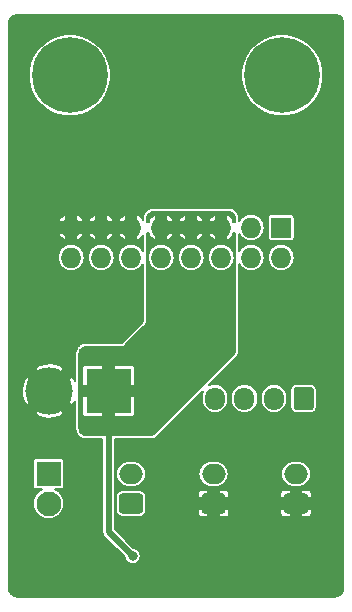
<source format=gbr>
G04 #@! TF.GenerationSoftware,KiCad,Pcbnew,(5.1.4)-1*
G04 #@! TF.CreationDate,2020-03-27T16:00:44-04:00*
G04 #@! TF.ProjectId,extruder_breakout,65787472-7564-4657-925f-627265616b6f,rev?*
G04 #@! TF.SameCoordinates,PX8f0d180PY5f5e100*
G04 #@! TF.FileFunction,Copper,L2,Bot*
G04 #@! TF.FilePolarity,Positive*
%FSLAX46Y46*%
G04 Gerber Fmt 4.6, Leading zero omitted, Abs format (unit mm)*
G04 Created by KiCad (PCBNEW (5.1.4)-1) date 2020-03-27 16:00:44*
%MOMM*%
%LPD*%
G04 APERTURE LIST*
%ADD10C,6.400000*%
%ADD11C,4.000000*%
%ADD12R,3.800000X3.800000*%
%ADD13O,2.000000X1.700000*%
%ADD14C,0.100000*%
%ADD15C,1.700000*%
%ADD16O,1.700000X1.950000*%
%ADD17C,2.100000*%
%ADD18R,2.100000X2.100000*%
%ADD19O,1.727200X1.727200*%
%ADD20R,1.727200X1.727200*%
%ADD21C,0.800000*%
%ADD22C,0.508000*%
%ADD23C,0.152400*%
G04 APERTURE END LIST*
D10*
X9000000Y44500000D03*
X-9000000Y44500000D03*
D11*
X-10715000Y17780000D03*
D12*
X-5715000Y17780000D03*
D13*
X3175000Y10755000D03*
D14*
G36*
X3949504Y9103796D02*
G01*
X3973773Y9100196D01*
X3997571Y9094235D01*
X4020671Y9085970D01*
X4042849Y9075480D01*
X4063893Y9062867D01*
X4083598Y9048253D01*
X4101777Y9031777D01*
X4118253Y9013598D01*
X4132867Y8993893D01*
X4145480Y8972849D01*
X4155970Y8950671D01*
X4164235Y8927571D01*
X4170196Y8903773D01*
X4173796Y8879504D01*
X4175000Y8855000D01*
X4175000Y7655000D01*
X4173796Y7630496D01*
X4170196Y7606227D01*
X4164235Y7582429D01*
X4155970Y7559329D01*
X4145480Y7537151D01*
X4132867Y7516107D01*
X4118253Y7496402D01*
X4101777Y7478223D01*
X4083598Y7461747D01*
X4063893Y7447133D01*
X4042849Y7434520D01*
X4020671Y7424030D01*
X3997571Y7415765D01*
X3973773Y7409804D01*
X3949504Y7406204D01*
X3925000Y7405000D01*
X2425000Y7405000D01*
X2400496Y7406204D01*
X2376227Y7409804D01*
X2352429Y7415765D01*
X2329329Y7424030D01*
X2307151Y7434520D01*
X2286107Y7447133D01*
X2266402Y7461747D01*
X2248223Y7478223D01*
X2231747Y7496402D01*
X2217133Y7516107D01*
X2204520Y7537151D01*
X2194030Y7559329D01*
X2185765Y7582429D01*
X2179804Y7606227D01*
X2176204Y7630496D01*
X2175000Y7655000D01*
X2175000Y8855000D01*
X2176204Y8879504D01*
X2179804Y8903773D01*
X2185765Y8927571D01*
X2194030Y8950671D01*
X2204520Y8972849D01*
X2217133Y8993893D01*
X2231747Y9013598D01*
X2248223Y9031777D01*
X2266402Y9048253D01*
X2286107Y9062867D01*
X2307151Y9075480D01*
X2329329Y9085970D01*
X2352429Y9094235D01*
X2376227Y9100196D01*
X2400496Y9103796D01*
X2425000Y9105000D01*
X3925000Y9105000D01*
X3949504Y9103796D01*
X3949504Y9103796D01*
G37*
D15*
X3175000Y8255000D03*
D13*
X10160000Y10755000D03*
D14*
G36*
X10934504Y9103796D02*
G01*
X10958773Y9100196D01*
X10982571Y9094235D01*
X11005671Y9085970D01*
X11027849Y9075480D01*
X11048893Y9062867D01*
X11068598Y9048253D01*
X11086777Y9031777D01*
X11103253Y9013598D01*
X11117867Y8993893D01*
X11130480Y8972849D01*
X11140970Y8950671D01*
X11149235Y8927571D01*
X11155196Y8903773D01*
X11158796Y8879504D01*
X11160000Y8855000D01*
X11160000Y7655000D01*
X11158796Y7630496D01*
X11155196Y7606227D01*
X11149235Y7582429D01*
X11140970Y7559329D01*
X11130480Y7537151D01*
X11117867Y7516107D01*
X11103253Y7496402D01*
X11086777Y7478223D01*
X11068598Y7461747D01*
X11048893Y7447133D01*
X11027849Y7434520D01*
X11005671Y7424030D01*
X10982571Y7415765D01*
X10958773Y7409804D01*
X10934504Y7406204D01*
X10910000Y7405000D01*
X9410000Y7405000D01*
X9385496Y7406204D01*
X9361227Y7409804D01*
X9337429Y7415765D01*
X9314329Y7424030D01*
X9292151Y7434520D01*
X9271107Y7447133D01*
X9251402Y7461747D01*
X9233223Y7478223D01*
X9216747Y7496402D01*
X9202133Y7516107D01*
X9189520Y7537151D01*
X9179030Y7559329D01*
X9170765Y7582429D01*
X9164804Y7606227D01*
X9161204Y7630496D01*
X9160000Y7655000D01*
X9160000Y8855000D01*
X9161204Y8879504D01*
X9164804Y8903773D01*
X9170765Y8927571D01*
X9179030Y8950671D01*
X9189520Y8972849D01*
X9202133Y8993893D01*
X9216747Y9013598D01*
X9233223Y9031777D01*
X9251402Y9048253D01*
X9271107Y9062867D01*
X9292151Y9075480D01*
X9314329Y9085970D01*
X9337429Y9094235D01*
X9361227Y9100196D01*
X9385496Y9103796D01*
X9410000Y9105000D01*
X10910000Y9105000D01*
X10934504Y9103796D01*
X10934504Y9103796D01*
G37*
D15*
X10160000Y8255000D03*
D13*
X-3810000Y10755000D03*
D14*
G36*
X-3035496Y9103796D02*
G01*
X-3011227Y9100196D01*
X-2987429Y9094235D01*
X-2964329Y9085970D01*
X-2942151Y9075480D01*
X-2921107Y9062867D01*
X-2901402Y9048253D01*
X-2883223Y9031777D01*
X-2866747Y9013598D01*
X-2852133Y8993893D01*
X-2839520Y8972849D01*
X-2829030Y8950671D01*
X-2820765Y8927571D01*
X-2814804Y8903773D01*
X-2811204Y8879504D01*
X-2810000Y8855000D01*
X-2810000Y7655000D01*
X-2811204Y7630496D01*
X-2814804Y7606227D01*
X-2820765Y7582429D01*
X-2829030Y7559329D01*
X-2839520Y7537151D01*
X-2852133Y7516107D01*
X-2866747Y7496402D01*
X-2883223Y7478223D01*
X-2901402Y7461747D01*
X-2921107Y7447133D01*
X-2942151Y7434520D01*
X-2964329Y7424030D01*
X-2987429Y7415765D01*
X-3011227Y7409804D01*
X-3035496Y7406204D01*
X-3060000Y7405000D01*
X-4560000Y7405000D01*
X-4584504Y7406204D01*
X-4608773Y7409804D01*
X-4632571Y7415765D01*
X-4655671Y7424030D01*
X-4677849Y7434520D01*
X-4698893Y7447133D01*
X-4718598Y7461747D01*
X-4736777Y7478223D01*
X-4753253Y7496402D01*
X-4767867Y7516107D01*
X-4780480Y7537151D01*
X-4790970Y7559329D01*
X-4799235Y7582429D01*
X-4805196Y7606227D01*
X-4808796Y7630496D01*
X-4810000Y7655000D01*
X-4810000Y8855000D01*
X-4808796Y8879504D01*
X-4805196Y8903773D01*
X-4799235Y8927571D01*
X-4790970Y8950671D01*
X-4780480Y8972849D01*
X-4767867Y8993893D01*
X-4753253Y9013598D01*
X-4736777Y9031777D01*
X-4718598Y9048253D01*
X-4698893Y9062867D01*
X-4677849Y9075480D01*
X-4655671Y9085970D01*
X-4632571Y9094235D01*
X-4608773Y9100196D01*
X-4584504Y9103796D01*
X-4560000Y9105000D01*
X-3060000Y9105000D01*
X-3035496Y9103796D01*
X-3035496Y9103796D01*
G37*
D15*
X-3810000Y8255000D03*
D16*
X3295000Y17145000D03*
X5795000Y17145000D03*
X8295000Y17145000D03*
D14*
G36*
X11419504Y18118796D02*
G01*
X11443773Y18115196D01*
X11467571Y18109235D01*
X11490671Y18100970D01*
X11512849Y18090480D01*
X11533893Y18077867D01*
X11553598Y18063253D01*
X11571777Y18046777D01*
X11588253Y18028598D01*
X11602867Y18008893D01*
X11615480Y17987849D01*
X11625970Y17965671D01*
X11634235Y17942571D01*
X11640196Y17918773D01*
X11643796Y17894504D01*
X11645000Y17870000D01*
X11645000Y16420000D01*
X11643796Y16395496D01*
X11640196Y16371227D01*
X11634235Y16347429D01*
X11625970Y16324329D01*
X11615480Y16302151D01*
X11602867Y16281107D01*
X11588253Y16261402D01*
X11571777Y16243223D01*
X11553598Y16226747D01*
X11533893Y16212133D01*
X11512849Y16199520D01*
X11490671Y16189030D01*
X11467571Y16180765D01*
X11443773Y16174804D01*
X11419504Y16171204D01*
X11395000Y16170000D01*
X10195000Y16170000D01*
X10170496Y16171204D01*
X10146227Y16174804D01*
X10122429Y16180765D01*
X10099329Y16189030D01*
X10077151Y16199520D01*
X10056107Y16212133D01*
X10036402Y16226747D01*
X10018223Y16243223D01*
X10001747Y16261402D01*
X9987133Y16281107D01*
X9974520Y16302151D01*
X9964030Y16324329D01*
X9955765Y16347429D01*
X9949804Y16371227D01*
X9946204Y16395496D01*
X9945000Y16420000D01*
X9945000Y17870000D01*
X9946204Y17894504D01*
X9949804Y17918773D01*
X9955765Y17942571D01*
X9964030Y17965671D01*
X9974520Y17987849D01*
X9987133Y18008893D01*
X10001747Y18028598D01*
X10018223Y18046777D01*
X10036402Y18063253D01*
X10056107Y18077867D01*
X10077151Y18090480D01*
X10099329Y18100970D01*
X10122429Y18109235D01*
X10146227Y18115196D01*
X10170496Y18118796D01*
X10195000Y18120000D01*
X11395000Y18120000D01*
X11419504Y18118796D01*
X11419504Y18118796D01*
G37*
D15*
X10795000Y17145000D03*
D17*
X-10795000Y8255000D03*
D18*
X-10795000Y10795000D03*
D19*
X-8890000Y29080000D03*
X-8890000Y31620000D03*
X-6350000Y29080000D03*
X-6350000Y31620000D03*
X-3810000Y29080000D03*
X-3810000Y31620000D03*
X-1270000Y29080000D03*
X-1270000Y31620000D03*
X1270000Y29080000D03*
X1270000Y31620000D03*
X3810000Y29080000D03*
X3810000Y31620000D03*
X6350000Y29080000D03*
X6350000Y31620000D03*
X8890000Y29080000D03*
D20*
X8890000Y31620000D03*
D21*
X-3683000Y3810000D03*
X7747000Y1905000D03*
X2032000Y1905000D03*
X-3683000Y1905000D03*
D22*
X-5715000Y15372000D02*
X-5715000Y17780000D01*
X-5715000Y5842000D02*
X-5715000Y19182000D01*
X-3683000Y3810000D02*
X-5715000Y5842000D01*
D23*
G36*
X13619877Y49605419D02*
G01*
X13735187Y49570605D01*
X13841540Y49514056D01*
X13934884Y49437926D01*
X14011659Y49345121D01*
X14068951Y49239162D01*
X14104568Y49124102D01*
X14119002Y48986773D01*
X14119001Y1018629D01*
X14105420Y880124D01*
X14070606Y764814D01*
X14014057Y658460D01*
X13937927Y565117D01*
X13845122Y488341D01*
X13739163Y431049D01*
X13624103Y395432D01*
X13486782Y380999D01*
X-13481362Y380999D01*
X-13619876Y394581D01*
X-13735189Y429395D01*
X-13841537Y485942D01*
X-13934883Y562072D01*
X-14011660Y654880D01*
X-14068951Y760837D01*
X-14104568Y875897D01*
X-14119001Y1013218D01*
X-14119001Y11845000D01*
X-12122536Y11845000D01*
X-12122536Y9745000D01*
X-12117203Y9690855D01*
X-12101410Y9638792D01*
X-12075763Y9590809D01*
X-12041248Y9548752D01*
X-11999191Y9514237D01*
X-11951208Y9488590D01*
X-11899145Y9472797D01*
X-11845000Y9467464D01*
X-11333380Y9467464D01*
X-11423191Y9430263D01*
X-11640403Y9285127D01*
X-11825127Y9100403D01*
X-11970263Y8883191D01*
X-12070235Y8641838D01*
X-12121200Y8385619D01*
X-12121200Y8124381D01*
X-12070235Y7868162D01*
X-11970263Y7626809D01*
X-11825127Y7409597D01*
X-11640403Y7224873D01*
X-11423191Y7079737D01*
X-11181838Y6979765D01*
X-10925619Y6928800D01*
X-10664381Y6928800D01*
X-10408162Y6979765D01*
X-10166809Y7079737D01*
X-9949597Y7224873D01*
X-9764873Y7409597D01*
X-9619737Y7626809D01*
X-9519765Y7868162D01*
X-9468800Y8124381D01*
X-9468800Y8385619D01*
X-9519765Y8641838D01*
X-9619737Y8883191D01*
X-9764873Y9100403D01*
X-9949597Y9285127D01*
X-10166809Y9430263D01*
X-10256620Y9467464D01*
X-9745000Y9467464D01*
X-9690855Y9472797D01*
X-9638792Y9488590D01*
X-9590809Y9514237D01*
X-9548752Y9548752D01*
X-9514237Y9590809D01*
X-9488590Y9638792D01*
X-9472797Y9690855D01*
X-9467464Y9745000D01*
X-9467464Y11845000D01*
X-9472797Y11899145D01*
X-9488590Y11951208D01*
X-9514237Y11999191D01*
X-9548752Y12041248D01*
X-9590809Y12075763D01*
X-9638792Y12101410D01*
X-9690855Y12117203D01*
X-9745000Y12122536D01*
X-11845000Y12122536D01*
X-11899145Y12117203D01*
X-11951208Y12101410D01*
X-11999191Y12075763D01*
X-12041248Y12041248D01*
X-12075763Y11999191D01*
X-12101410Y11951208D01*
X-12117203Y11899145D01*
X-12122536Y11845000D01*
X-14119001Y11845000D01*
X-14119001Y15906824D01*
X-11977519Y15906824D01*
X-11718346Y15664390D01*
X-11286332Y15509298D01*
X-10832362Y15441467D01*
X-10373882Y15463505D01*
X-9928511Y15574565D01*
X-9711654Y15664390D01*
X-9452481Y15906824D01*
X-10715000Y17169343D01*
X-11977519Y15906824D01*
X-14119001Y15906824D01*
X-14119001Y17897362D01*
X-13053533Y17897362D01*
X-13031495Y17438882D01*
X-12920435Y16993511D01*
X-12830610Y16776654D01*
X-12588176Y16517481D01*
X-11325657Y17780000D01*
X-10104343Y17780000D01*
X-8841824Y16517481D01*
X-8599390Y16776654D01*
X-8531200Y16966600D01*
X-8531200Y14605000D01*
X-8528837Y14568949D01*
X-8507200Y14404599D01*
X-8488538Y14334953D01*
X-8425101Y14181803D01*
X-8389051Y14119361D01*
X-8288138Y13987848D01*
X-8237152Y13936862D01*
X-8105639Y13835949D01*
X-8043197Y13799899D01*
X-7890047Y13736462D01*
X-7820401Y13717800D01*
X-7656051Y13696163D01*
X-7620000Y13693800D01*
X-6245199Y13693800D01*
X-6245200Y5868040D01*
X-6247765Y5842000D01*
X-6245200Y5815960D01*
X-6245200Y5815958D01*
X-6237528Y5738064D01*
X-6207211Y5638121D01*
X-6157978Y5546012D01*
X-6091722Y5465278D01*
X-6071486Y5448671D01*
X-4357458Y3734642D01*
X-4333214Y3612760D01*
X-4282241Y3489699D01*
X-4208239Y3378948D01*
X-4114052Y3284761D01*
X-4003301Y3210759D01*
X-3880240Y3159786D01*
X-3749600Y3133800D01*
X-3616400Y3133800D01*
X-3485760Y3159786D01*
X-3362699Y3210759D01*
X-3251948Y3284761D01*
X-3157761Y3378948D01*
X-3083759Y3489699D01*
X-3032786Y3612760D01*
X-3006800Y3743400D01*
X-3006800Y3876600D01*
X-3032786Y4007240D01*
X-3083759Y4130301D01*
X-3157761Y4241052D01*
X-3251948Y4335239D01*
X-3362699Y4409241D01*
X-3485760Y4460214D01*
X-3607642Y4484458D01*
X-5184800Y6061615D01*
X-5184800Y8855000D01*
X-5087536Y8855000D01*
X-5087536Y7655000D01*
X-5077400Y7552083D01*
X-5047380Y7453121D01*
X-4998630Y7361917D01*
X-4933024Y7281976D01*
X-4853083Y7216370D01*
X-4761879Y7167620D01*
X-4662917Y7137600D01*
X-4560000Y7127464D01*
X-3060000Y7127464D01*
X-2957083Y7137600D01*
X-2858121Y7167620D01*
X-2766917Y7216370D01*
X-2686976Y7281976D01*
X-2621370Y7361917D01*
X-2598342Y7405000D01*
X1843202Y7405000D01*
X1849577Y7340269D01*
X1868459Y7278026D01*
X1899120Y7220663D01*
X1940383Y7170383D01*
X1990663Y7129120D01*
X2048026Y7098459D01*
X2110269Y7079577D01*
X2175000Y7073202D01*
X2660650Y7074800D01*
X2743200Y7157350D01*
X2743200Y7823200D01*
X3606800Y7823200D01*
X3606800Y7157350D01*
X3689350Y7074800D01*
X4175000Y7073202D01*
X4239731Y7079577D01*
X4301974Y7098459D01*
X4359337Y7129120D01*
X4409617Y7170383D01*
X4450880Y7220663D01*
X4481541Y7278026D01*
X4500423Y7340269D01*
X4506798Y7405000D01*
X8828202Y7405000D01*
X8834577Y7340269D01*
X8853459Y7278026D01*
X8884120Y7220663D01*
X8925383Y7170383D01*
X8975663Y7129120D01*
X9033026Y7098459D01*
X9095269Y7079577D01*
X9160000Y7073202D01*
X9645650Y7074800D01*
X9728200Y7157350D01*
X9728200Y7823200D01*
X10591800Y7823200D01*
X10591800Y7157350D01*
X10674350Y7074800D01*
X11160000Y7073202D01*
X11224731Y7079577D01*
X11286974Y7098459D01*
X11344337Y7129120D01*
X11394617Y7170383D01*
X11435880Y7220663D01*
X11466541Y7278026D01*
X11485423Y7340269D01*
X11491798Y7405000D01*
X11490200Y7740650D01*
X11407650Y7823200D01*
X10591800Y7823200D01*
X9728200Y7823200D01*
X8912350Y7823200D01*
X8829800Y7740650D01*
X8828202Y7405000D01*
X4506798Y7405000D01*
X4505200Y7740650D01*
X4422650Y7823200D01*
X3606800Y7823200D01*
X2743200Y7823200D01*
X1927350Y7823200D01*
X1844800Y7740650D01*
X1843202Y7405000D01*
X-2598342Y7405000D01*
X-2572620Y7453121D01*
X-2542600Y7552083D01*
X-2532464Y7655000D01*
X-2532464Y8855000D01*
X-2542600Y8957917D01*
X-2572620Y9056879D01*
X-2598341Y9105000D01*
X1843202Y9105000D01*
X1844800Y8769350D01*
X1927350Y8686800D01*
X2743200Y8686800D01*
X2743200Y9352650D01*
X3606800Y9352650D01*
X3606800Y8686800D01*
X4422650Y8686800D01*
X4505200Y8769350D01*
X4506798Y9105000D01*
X8828202Y9105000D01*
X8829800Y8769350D01*
X8912350Y8686800D01*
X9728200Y8686800D01*
X9728200Y9352650D01*
X10591800Y9352650D01*
X10591800Y8686800D01*
X11407650Y8686800D01*
X11490200Y8769350D01*
X11491798Y9105000D01*
X11485423Y9169731D01*
X11466541Y9231974D01*
X11435880Y9289337D01*
X11394617Y9339617D01*
X11344337Y9380880D01*
X11286974Y9411541D01*
X11224731Y9430423D01*
X11160000Y9436798D01*
X10674350Y9435200D01*
X10591800Y9352650D01*
X9728200Y9352650D01*
X9645650Y9435200D01*
X9160000Y9436798D01*
X9095269Y9430423D01*
X9033026Y9411541D01*
X8975663Y9380880D01*
X8925383Y9339617D01*
X8884120Y9289337D01*
X8853459Y9231974D01*
X8834577Y9169731D01*
X8828202Y9105000D01*
X4506798Y9105000D01*
X4500423Y9169731D01*
X4481541Y9231974D01*
X4450880Y9289337D01*
X4409617Y9339617D01*
X4359337Y9380880D01*
X4301974Y9411541D01*
X4239731Y9430423D01*
X4175000Y9436798D01*
X3689350Y9435200D01*
X3606800Y9352650D01*
X2743200Y9352650D01*
X2660650Y9435200D01*
X2175000Y9436798D01*
X2110269Y9430423D01*
X2048026Y9411541D01*
X1990663Y9380880D01*
X1940383Y9339617D01*
X1899120Y9289337D01*
X1868459Y9231974D01*
X1849577Y9169731D01*
X1843202Y9105000D01*
X-2598341Y9105000D01*
X-2621370Y9148083D01*
X-2686976Y9228024D01*
X-2766917Y9293630D01*
X-2858121Y9342380D01*
X-2957083Y9372400D01*
X-3060000Y9382536D01*
X-4560000Y9382536D01*
X-4662917Y9372400D01*
X-4761879Y9342380D01*
X-4853083Y9293630D01*
X-4933024Y9228024D01*
X-4998630Y9148083D01*
X-5047380Y9056879D01*
X-5077400Y8957917D01*
X-5087536Y8855000D01*
X-5184800Y8855000D01*
X-5184800Y10755000D01*
X-5091649Y10755000D01*
X-5069905Y10534226D01*
X-5005507Y10321937D01*
X-4900932Y10126290D01*
X-4760197Y9954803D01*
X-4588710Y9814068D01*
X-4393063Y9709493D01*
X-4180774Y9645095D01*
X-4015325Y9628800D01*
X-3604675Y9628800D01*
X-3439226Y9645095D01*
X-3226937Y9709493D01*
X-3031290Y9814068D01*
X-2859803Y9954803D01*
X-2719068Y10126290D01*
X-2614493Y10321937D01*
X-2550095Y10534226D01*
X-2528351Y10755000D01*
X1893351Y10755000D01*
X1915095Y10534226D01*
X1979493Y10321937D01*
X2084068Y10126290D01*
X2224803Y9954803D01*
X2396290Y9814068D01*
X2591937Y9709493D01*
X2804226Y9645095D01*
X2969675Y9628800D01*
X3380325Y9628800D01*
X3545774Y9645095D01*
X3758063Y9709493D01*
X3953710Y9814068D01*
X4125197Y9954803D01*
X4265932Y10126290D01*
X4370507Y10321937D01*
X4434905Y10534226D01*
X4456649Y10755000D01*
X8878351Y10755000D01*
X8900095Y10534226D01*
X8964493Y10321937D01*
X9069068Y10126290D01*
X9209803Y9954803D01*
X9381290Y9814068D01*
X9576937Y9709493D01*
X9789226Y9645095D01*
X9954675Y9628800D01*
X10365325Y9628800D01*
X10530774Y9645095D01*
X10743063Y9709493D01*
X10938710Y9814068D01*
X11110197Y9954803D01*
X11250932Y10126290D01*
X11355507Y10321937D01*
X11419905Y10534226D01*
X11441649Y10755000D01*
X11419905Y10975774D01*
X11355507Y11188063D01*
X11250932Y11383710D01*
X11110197Y11555197D01*
X10938710Y11695932D01*
X10743063Y11800507D01*
X10530774Y11864905D01*
X10365325Y11881200D01*
X9954675Y11881200D01*
X9789226Y11864905D01*
X9576937Y11800507D01*
X9381290Y11695932D01*
X9209803Y11555197D01*
X9069068Y11383710D01*
X8964493Y11188063D01*
X8900095Y10975774D01*
X8878351Y10755000D01*
X4456649Y10755000D01*
X4434905Y10975774D01*
X4370507Y11188063D01*
X4265932Y11383710D01*
X4125197Y11555197D01*
X3953710Y11695932D01*
X3758063Y11800507D01*
X3545774Y11864905D01*
X3380325Y11881200D01*
X2969675Y11881200D01*
X2804226Y11864905D01*
X2591937Y11800507D01*
X2396290Y11695932D01*
X2224803Y11555197D01*
X2084068Y11383710D01*
X1979493Y11188063D01*
X1915095Y10975774D01*
X1893351Y10755000D01*
X-2528351Y10755000D01*
X-2550095Y10975774D01*
X-2614493Y11188063D01*
X-2719068Y11383710D01*
X-2859803Y11555197D01*
X-3031290Y11695932D01*
X-3226937Y11800507D01*
X-3439226Y11864905D01*
X-3604675Y11881200D01*
X-4015325Y11881200D01*
X-4180774Y11864905D01*
X-4393063Y11800507D01*
X-4588710Y11695932D01*
X-4760197Y11555197D01*
X-4900932Y11383710D01*
X-5005507Y11188063D01*
X-5069905Y10975774D01*
X-5091649Y10755000D01*
X-5184800Y10755000D01*
X-5184800Y13693800D01*
X-2168026Y13693800D01*
X-2131975Y13696163D01*
X-1967625Y13717800D01*
X-1897979Y13736462D01*
X-1744829Y13799899D01*
X-1682387Y13835949D01*
X-1550874Y13936862D01*
X-1523710Y13960684D01*
X2284887Y17769281D01*
X2249493Y17703063D01*
X2185095Y17490774D01*
X2168800Y17325325D01*
X2168800Y16964676D01*
X2185095Y16799227D01*
X2249493Y16586938D01*
X2354068Y16391290D01*
X2494803Y16219803D01*
X2666290Y16079068D01*
X2861937Y15974493D01*
X3074226Y15910095D01*
X3295000Y15888351D01*
X3515773Y15910095D01*
X3728062Y15974493D01*
X3923710Y16079068D01*
X4095197Y16219803D01*
X4235932Y16391290D01*
X4340507Y16586937D01*
X4404905Y16799226D01*
X4421200Y16964675D01*
X4421200Y17325324D01*
X4421200Y17325325D01*
X4668800Y17325325D01*
X4668800Y16964676D01*
X4685095Y16799227D01*
X4749493Y16586938D01*
X4854068Y16391290D01*
X4994803Y16219803D01*
X5166290Y16079068D01*
X5361937Y15974493D01*
X5574226Y15910095D01*
X5795000Y15888351D01*
X6015773Y15910095D01*
X6228062Y15974493D01*
X6423710Y16079068D01*
X6595197Y16219803D01*
X6735932Y16391290D01*
X6840507Y16586937D01*
X6904905Y16799226D01*
X6921200Y16964675D01*
X6921200Y17325324D01*
X6921200Y17325325D01*
X7168800Y17325325D01*
X7168800Y16964676D01*
X7185095Y16799227D01*
X7249493Y16586938D01*
X7354068Y16391290D01*
X7494803Y16219803D01*
X7666290Y16079068D01*
X7861937Y15974493D01*
X8074226Y15910095D01*
X8295000Y15888351D01*
X8515773Y15910095D01*
X8728062Y15974493D01*
X8923710Y16079068D01*
X9095197Y16219803D01*
X9235932Y16391290D01*
X9340507Y16586937D01*
X9404905Y16799226D01*
X9421200Y16964675D01*
X9421200Y17325324D01*
X9404905Y17490773D01*
X9340507Y17703062D01*
X9251278Y17870000D01*
X9667464Y17870000D01*
X9667464Y16420000D01*
X9677600Y16317083D01*
X9707620Y16218121D01*
X9756370Y16126917D01*
X9821976Y16046976D01*
X9901917Y15981370D01*
X9993121Y15932620D01*
X10092083Y15902600D01*
X10195000Y15892464D01*
X11395000Y15892464D01*
X11497917Y15902600D01*
X11596879Y15932620D01*
X11688083Y15981370D01*
X11768024Y16046976D01*
X11833630Y16126917D01*
X11882380Y16218121D01*
X11912400Y16317083D01*
X11922536Y16420000D01*
X11922536Y17870000D01*
X11912400Y17972917D01*
X11882380Y18071879D01*
X11833630Y18163083D01*
X11768024Y18243024D01*
X11688083Y18308630D01*
X11596879Y18357380D01*
X11497917Y18387400D01*
X11395000Y18397536D01*
X10195000Y18397536D01*
X10092083Y18387400D01*
X9993121Y18357380D01*
X9901917Y18308630D01*
X9821976Y18243024D01*
X9756370Y18163083D01*
X9707620Y18071879D01*
X9677600Y17972917D01*
X9667464Y17870000D01*
X9251278Y17870000D01*
X9235932Y17898710D01*
X9095197Y18070197D01*
X8923710Y18210932D01*
X8728063Y18315507D01*
X8515774Y18379905D01*
X8295000Y18401649D01*
X8074227Y18379905D01*
X7861938Y18315507D01*
X7666291Y18210932D01*
X7494804Y18070197D01*
X7354068Y17898710D01*
X7249493Y17703063D01*
X7185095Y17490774D01*
X7168800Y17325325D01*
X6921200Y17325325D01*
X6904905Y17490773D01*
X6840507Y17703062D01*
X6735932Y17898710D01*
X6595197Y18070197D01*
X6423710Y18210932D01*
X6228063Y18315507D01*
X6015774Y18379905D01*
X5795000Y18401649D01*
X5574227Y18379905D01*
X5361938Y18315507D01*
X5166291Y18210932D01*
X4994804Y18070197D01*
X4854068Y17898710D01*
X4749493Y17703063D01*
X4685095Y17490774D01*
X4668800Y17325325D01*
X4421200Y17325325D01*
X4404905Y17490773D01*
X4340507Y17703062D01*
X4235932Y17898710D01*
X4095197Y18070197D01*
X3923710Y18210932D01*
X3728063Y18315507D01*
X3515774Y18379905D01*
X3295000Y18401649D01*
X3074227Y18379905D01*
X2861938Y18315507D01*
X2795718Y18280112D01*
X5089316Y20573710D01*
X5113138Y20600874D01*
X5214051Y20732387D01*
X5250101Y20794829D01*
X5313538Y20947979D01*
X5332200Y21017625D01*
X5353837Y21181975D01*
X5356200Y21218026D01*
X5356200Y28521348D01*
X5397705Y28443697D01*
X5540140Y28270140D01*
X5713697Y28127705D01*
X5911707Y28021867D01*
X6126560Y27956692D01*
X6294005Y27940200D01*
X6405995Y27940200D01*
X6573440Y27956692D01*
X6788293Y28021867D01*
X6986303Y28127705D01*
X7159860Y28270140D01*
X7302295Y28443697D01*
X7408133Y28641707D01*
X7473308Y28856560D01*
X7495315Y29080000D01*
X7744685Y29080000D01*
X7766692Y28856560D01*
X7831867Y28641707D01*
X7937705Y28443697D01*
X8080140Y28270140D01*
X8253697Y28127705D01*
X8451707Y28021867D01*
X8666560Y27956692D01*
X8834005Y27940200D01*
X8945995Y27940200D01*
X9113440Y27956692D01*
X9328293Y28021867D01*
X9526303Y28127705D01*
X9699860Y28270140D01*
X9842295Y28443697D01*
X9948133Y28641707D01*
X10013308Y28856560D01*
X10035315Y29080000D01*
X10013308Y29303440D01*
X9948133Y29518293D01*
X9842295Y29716303D01*
X9699860Y29889860D01*
X9526303Y30032295D01*
X9328293Y30138133D01*
X9113440Y30203308D01*
X8945995Y30219800D01*
X8834005Y30219800D01*
X8666560Y30203308D01*
X8451707Y30138133D01*
X8253697Y30032295D01*
X8080140Y29889860D01*
X7937705Y29716303D01*
X7831867Y29518293D01*
X7766692Y29303440D01*
X7744685Y29080000D01*
X7495315Y29080000D01*
X7473308Y29303440D01*
X7408133Y29518293D01*
X7302295Y29716303D01*
X7159860Y29889860D01*
X6986303Y30032295D01*
X6788293Y30138133D01*
X6573440Y30203308D01*
X6405995Y30219800D01*
X6294005Y30219800D01*
X6126560Y30203308D01*
X5911707Y30138133D01*
X5713697Y30032295D01*
X5540140Y29889860D01*
X5397705Y29716303D01*
X5356200Y29638652D01*
X5356200Y31061348D01*
X5397705Y30983697D01*
X5540140Y30810140D01*
X5713697Y30667705D01*
X5911707Y30561867D01*
X6126560Y30496692D01*
X6294005Y30480200D01*
X6405995Y30480200D01*
X6573440Y30496692D01*
X6788293Y30561867D01*
X6986303Y30667705D01*
X7159860Y30810140D01*
X7302295Y30983697D01*
X7408133Y31181707D01*
X7473308Y31396560D01*
X7495315Y31620000D01*
X7473308Y31843440D01*
X7408133Y32058293D01*
X7302295Y32256303D01*
X7159860Y32429860D01*
X7094378Y32483600D01*
X7748864Y32483600D01*
X7748864Y30756400D01*
X7754197Y30702255D01*
X7769990Y30650192D01*
X7795637Y30602209D01*
X7830152Y30560152D01*
X7872209Y30525637D01*
X7920192Y30499990D01*
X7972255Y30484197D01*
X8026400Y30478864D01*
X9753600Y30478864D01*
X9807745Y30484197D01*
X9859808Y30499990D01*
X9907791Y30525637D01*
X9949848Y30560152D01*
X9984363Y30602209D01*
X10010010Y30650192D01*
X10025803Y30702255D01*
X10031136Y30756400D01*
X10031136Y32483600D01*
X10025803Y32537745D01*
X10010010Y32589808D01*
X9984363Y32637791D01*
X9949848Y32679848D01*
X9907791Y32714363D01*
X9859808Y32740010D01*
X9807745Y32755803D01*
X9753600Y32761136D01*
X8026400Y32761136D01*
X7972255Y32755803D01*
X7920192Y32740010D01*
X7872209Y32714363D01*
X7830152Y32679848D01*
X7795637Y32637791D01*
X7769990Y32589808D01*
X7754197Y32537745D01*
X7748864Y32483600D01*
X7094378Y32483600D01*
X6986303Y32572295D01*
X6788293Y32678133D01*
X6573440Y32743308D01*
X6405995Y32759800D01*
X6294005Y32759800D01*
X6126560Y32743308D01*
X5911707Y32678133D01*
X5713697Y32572295D01*
X5540140Y32429860D01*
X5397705Y32256303D01*
X5356200Y32178652D01*
X5356200Y32385000D01*
X5353837Y32421051D01*
X5332200Y32585401D01*
X5313538Y32655047D01*
X5250101Y32808197D01*
X5214051Y32870639D01*
X5113138Y33002152D01*
X5062152Y33053138D01*
X4930639Y33154051D01*
X4868197Y33190101D01*
X4715047Y33253538D01*
X4645401Y33272200D01*
X4481051Y33293837D01*
X4445000Y33296200D01*
X-1905000Y33296200D01*
X-1941051Y33293837D01*
X-2105401Y33272200D01*
X-2175047Y33253538D01*
X-2328197Y33190101D01*
X-2390639Y33154051D01*
X-2522152Y33053138D01*
X-2573138Y33002152D01*
X-2674051Y32870639D01*
X-2710101Y32808197D01*
X-2773538Y32655047D01*
X-2792200Y32585401D01*
X-2813837Y32421051D01*
X-2816200Y32385000D01*
X-2816200Y32273146D01*
X-2915252Y32410337D01*
X-3086631Y32569708D01*
X-3209409Y32651721D01*
X-3378200Y32643926D01*
X-3378200Y32051800D01*
X-3358200Y32051800D01*
X-3358200Y31188200D01*
X-3378200Y31188200D01*
X-3378200Y30596074D01*
X-3209409Y30588279D01*
X-3086631Y30670292D01*
X-2915252Y30829663D01*
X-2816200Y30966854D01*
X-2816200Y29638652D01*
X-2857705Y29716303D01*
X-3000140Y29889860D01*
X-3173697Y30032295D01*
X-3371707Y30138133D01*
X-3586560Y30203308D01*
X-3754005Y30219800D01*
X-3865995Y30219800D01*
X-4033440Y30203308D01*
X-4248293Y30138133D01*
X-4446303Y30032295D01*
X-4619860Y29889860D01*
X-4762295Y29716303D01*
X-4868133Y29518293D01*
X-4933308Y29303440D01*
X-4955315Y29080000D01*
X-4933308Y28856560D01*
X-4868133Y28641707D01*
X-4762295Y28443697D01*
X-4619860Y28270140D01*
X-4446303Y28127705D01*
X-4248293Y28021867D01*
X-4033440Y27956692D01*
X-3865995Y27940200D01*
X-3754005Y27940200D01*
X-3586560Y27956692D01*
X-3371707Y28021867D01*
X-3173697Y28127705D01*
X-3000140Y28270140D01*
X-2857705Y28443697D01*
X-2816200Y28521348D01*
X-2816200Y23776128D01*
X-2830728Y23665777D01*
X-2866333Y23579819D01*
X-2934091Y23491515D01*
X-4441515Y21984091D01*
X-4529819Y21916333D01*
X-4615777Y21880728D01*
X-4726128Y21866200D01*
X-7620000Y21866200D01*
X-7656051Y21863837D01*
X-7820401Y21842200D01*
X-7890047Y21823538D01*
X-8043197Y21760101D01*
X-8105639Y21724051D01*
X-8237152Y21623138D01*
X-8288138Y21572152D01*
X-8389051Y21440639D01*
X-8425101Y21378197D01*
X-8488538Y21225047D01*
X-8507200Y21155401D01*
X-8528837Y20991051D01*
X-8531200Y20955000D01*
X-8531200Y18618721D01*
X-8599390Y18783346D01*
X-8841824Y19042519D01*
X-10104343Y17780000D01*
X-11325657Y17780000D01*
X-12588176Y19042519D01*
X-12830610Y18783346D01*
X-12985702Y18351332D01*
X-13053533Y17897362D01*
X-14119001Y17897362D01*
X-14119001Y19653176D01*
X-11977519Y19653176D01*
X-10715000Y18390657D01*
X-9452481Y19653176D01*
X-9711654Y19895610D01*
X-10143668Y20050702D01*
X-10597638Y20118533D01*
X-11056118Y20096495D01*
X-11501489Y19985435D01*
X-11718346Y19895610D01*
X-11977519Y19653176D01*
X-14119001Y19653176D01*
X-14119001Y29080000D01*
X-10035315Y29080000D01*
X-10013308Y28856560D01*
X-9948133Y28641707D01*
X-9842295Y28443697D01*
X-9699860Y28270140D01*
X-9526303Y28127705D01*
X-9328293Y28021867D01*
X-9113440Y27956692D01*
X-8945995Y27940200D01*
X-8834005Y27940200D01*
X-8666560Y27956692D01*
X-8451707Y28021867D01*
X-8253697Y28127705D01*
X-8080140Y28270140D01*
X-7937705Y28443697D01*
X-7831867Y28641707D01*
X-7766692Y28856560D01*
X-7744685Y29080000D01*
X-7495315Y29080000D01*
X-7473308Y28856560D01*
X-7408133Y28641707D01*
X-7302295Y28443697D01*
X-7159860Y28270140D01*
X-6986303Y28127705D01*
X-6788293Y28021867D01*
X-6573440Y27956692D01*
X-6405995Y27940200D01*
X-6294005Y27940200D01*
X-6126560Y27956692D01*
X-5911707Y28021867D01*
X-5713697Y28127705D01*
X-5540140Y28270140D01*
X-5397705Y28443697D01*
X-5291867Y28641707D01*
X-5226692Y28856560D01*
X-5204685Y29080000D01*
X-5226692Y29303440D01*
X-5291867Y29518293D01*
X-5397705Y29716303D01*
X-5540140Y29889860D01*
X-5713697Y30032295D01*
X-5911707Y30138133D01*
X-6126560Y30203308D01*
X-6294005Y30219800D01*
X-6405995Y30219800D01*
X-6573440Y30203308D01*
X-6788293Y30138133D01*
X-6986303Y30032295D01*
X-7159860Y29889860D01*
X-7302295Y29716303D01*
X-7408133Y29518293D01*
X-7473308Y29303440D01*
X-7495315Y29080000D01*
X-7744685Y29080000D01*
X-7766692Y29303440D01*
X-7831867Y29518293D01*
X-7937705Y29716303D01*
X-8080140Y29889860D01*
X-8253697Y30032295D01*
X-8451707Y30138133D01*
X-8666560Y30203308D01*
X-8834005Y30219800D01*
X-8945995Y30219800D01*
X-9113440Y30203308D01*
X-9328293Y30138133D01*
X-9526303Y30032295D01*
X-9699860Y29889860D01*
X-9842295Y29716303D01*
X-9948133Y29518293D01*
X-10013308Y29303440D01*
X-10035315Y29080000D01*
X-14119001Y29080000D01*
X-14119001Y31019406D01*
X-9921743Y31019406D01*
X-9784748Y30829663D01*
X-9613369Y30670292D01*
X-9490591Y30588279D01*
X-9321800Y30596074D01*
X-9321800Y31188200D01*
X-8458200Y31188200D01*
X-8458200Y30596074D01*
X-8289409Y30588279D01*
X-8166631Y30670292D01*
X-7995252Y30829663D01*
X-7858257Y31019406D01*
X-7381743Y31019406D01*
X-7244748Y30829663D01*
X-7073369Y30670292D01*
X-6950591Y30588279D01*
X-6781800Y30596074D01*
X-6781800Y31188200D01*
X-5918200Y31188200D01*
X-5918200Y30596074D01*
X-5749409Y30588279D01*
X-5626631Y30670292D01*
X-5455252Y30829663D01*
X-5318257Y31019406D01*
X-4841743Y31019406D01*
X-4704748Y30829663D01*
X-4533369Y30670292D01*
X-4410591Y30588279D01*
X-4241800Y30596074D01*
X-4241800Y31188200D01*
X-4840444Y31188200D01*
X-4841743Y31019406D01*
X-5318257Y31019406D01*
X-5319556Y31188200D01*
X-5918200Y31188200D01*
X-6781800Y31188200D01*
X-7380444Y31188200D01*
X-7381743Y31019406D01*
X-7858257Y31019406D01*
X-7859556Y31188200D01*
X-8458200Y31188200D01*
X-9321800Y31188200D01*
X-9920444Y31188200D01*
X-9921743Y31019406D01*
X-14119001Y31019406D01*
X-14119001Y32220594D01*
X-9921743Y32220594D01*
X-9920444Y32051800D01*
X-9321800Y32051800D01*
X-9321800Y32643926D01*
X-8458200Y32643926D01*
X-8458200Y32051800D01*
X-7859556Y32051800D01*
X-7858257Y32220594D01*
X-7381743Y32220594D01*
X-7380444Y32051800D01*
X-6781800Y32051800D01*
X-6781800Y32643926D01*
X-5918200Y32643926D01*
X-5918200Y32051800D01*
X-5319556Y32051800D01*
X-5318257Y32220594D01*
X-4841743Y32220594D01*
X-4840444Y32051800D01*
X-4241800Y32051800D01*
X-4241800Y32643926D01*
X-4410591Y32651721D01*
X-4533369Y32569708D01*
X-4704748Y32410337D01*
X-4841743Y32220594D01*
X-5318257Y32220594D01*
X-5455252Y32410337D01*
X-5626631Y32569708D01*
X-5749409Y32651721D01*
X-5918200Y32643926D01*
X-6781800Y32643926D01*
X-6950591Y32651721D01*
X-7073369Y32569708D01*
X-7244748Y32410337D01*
X-7381743Y32220594D01*
X-7858257Y32220594D01*
X-7995252Y32410337D01*
X-8166631Y32569708D01*
X-8289409Y32651721D01*
X-8458200Y32643926D01*
X-9321800Y32643926D01*
X-9490591Y32651721D01*
X-9613369Y32569708D01*
X-9784748Y32410337D01*
X-9921743Y32220594D01*
X-14119001Y32220594D01*
X-14119001Y44842376D01*
X-12476200Y44842376D01*
X-12476200Y44157624D01*
X-12342612Y43486030D01*
X-12080569Y42853402D01*
X-11700141Y42284052D01*
X-11215948Y41799859D01*
X-10646598Y41419431D01*
X-10013970Y41157388D01*
X-9342376Y41023800D01*
X-8657624Y41023800D01*
X-7986030Y41157388D01*
X-7353402Y41419431D01*
X-6784052Y41799859D01*
X-6299859Y42284052D01*
X-5919431Y42853402D01*
X-5657388Y43486030D01*
X-5523800Y44157624D01*
X-5523800Y44842376D01*
X5523800Y44842376D01*
X5523800Y44157624D01*
X5657388Y43486030D01*
X5919431Y42853402D01*
X6299859Y42284052D01*
X6784052Y41799859D01*
X7353402Y41419431D01*
X7986030Y41157388D01*
X8657624Y41023800D01*
X9342376Y41023800D01*
X10013970Y41157388D01*
X10646598Y41419431D01*
X11215948Y41799859D01*
X11700141Y42284052D01*
X12080569Y42853402D01*
X12342612Y43486030D01*
X12476200Y44157624D01*
X12476200Y44842376D01*
X12342612Y45513970D01*
X12080569Y46146598D01*
X11700141Y46715948D01*
X11215948Y47200141D01*
X10646598Y47580569D01*
X10013970Y47842612D01*
X9342376Y47976200D01*
X8657624Y47976200D01*
X7986030Y47842612D01*
X7353402Y47580569D01*
X6784052Y47200141D01*
X6299859Y46715948D01*
X5919431Y46146598D01*
X5657388Y45513970D01*
X5523800Y44842376D01*
X-5523800Y44842376D01*
X-5657388Y45513970D01*
X-5919431Y46146598D01*
X-6299859Y46715948D01*
X-6784052Y47200141D01*
X-7353402Y47580569D01*
X-7986030Y47842612D01*
X-8657624Y47976200D01*
X-9342376Y47976200D01*
X-10013970Y47842612D01*
X-10646598Y47580569D01*
X-11215948Y47200141D01*
X-11700141Y46715948D01*
X-12080569Y46146598D01*
X-12342612Y45513970D01*
X-12476200Y44842376D01*
X-14119001Y44842376D01*
X-14119001Y48981360D01*
X-14105419Y49119876D01*
X-14070606Y49235185D01*
X-14014058Y49341537D01*
X-13937927Y49434883D01*
X-13845119Y49511660D01*
X-13739163Y49568951D01*
X-13624102Y49604568D01*
X-13486783Y49619001D01*
X13481362Y49619001D01*
X13619877Y49605419D01*
X13619877Y49605419D01*
G37*
X13619877Y49605419D02*
X13735187Y49570605D01*
X13841540Y49514056D01*
X13934884Y49437926D01*
X14011659Y49345121D01*
X14068951Y49239162D01*
X14104568Y49124102D01*
X14119002Y48986773D01*
X14119001Y1018629D01*
X14105420Y880124D01*
X14070606Y764814D01*
X14014057Y658460D01*
X13937927Y565117D01*
X13845122Y488341D01*
X13739163Y431049D01*
X13624103Y395432D01*
X13486782Y380999D01*
X-13481362Y380999D01*
X-13619876Y394581D01*
X-13735189Y429395D01*
X-13841537Y485942D01*
X-13934883Y562072D01*
X-14011660Y654880D01*
X-14068951Y760837D01*
X-14104568Y875897D01*
X-14119001Y1013218D01*
X-14119001Y11845000D01*
X-12122536Y11845000D01*
X-12122536Y9745000D01*
X-12117203Y9690855D01*
X-12101410Y9638792D01*
X-12075763Y9590809D01*
X-12041248Y9548752D01*
X-11999191Y9514237D01*
X-11951208Y9488590D01*
X-11899145Y9472797D01*
X-11845000Y9467464D01*
X-11333380Y9467464D01*
X-11423191Y9430263D01*
X-11640403Y9285127D01*
X-11825127Y9100403D01*
X-11970263Y8883191D01*
X-12070235Y8641838D01*
X-12121200Y8385619D01*
X-12121200Y8124381D01*
X-12070235Y7868162D01*
X-11970263Y7626809D01*
X-11825127Y7409597D01*
X-11640403Y7224873D01*
X-11423191Y7079737D01*
X-11181838Y6979765D01*
X-10925619Y6928800D01*
X-10664381Y6928800D01*
X-10408162Y6979765D01*
X-10166809Y7079737D01*
X-9949597Y7224873D01*
X-9764873Y7409597D01*
X-9619737Y7626809D01*
X-9519765Y7868162D01*
X-9468800Y8124381D01*
X-9468800Y8385619D01*
X-9519765Y8641838D01*
X-9619737Y8883191D01*
X-9764873Y9100403D01*
X-9949597Y9285127D01*
X-10166809Y9430263D01*
X-10256620Y9467464D01*
X-9745000Y9467464D01*
X-9690855Y9472797D01*
X-9638792Y9488590D01*
X-9590809Y9514237D01*
X-9548752Y9548752D01*
X-9514237Y9590809D01*
X-9488590Y9638792D01*
X-9472797Y9690855D01*
X-9467464Y9745000D01*
X-9467464Y11845000D01*
X-9472797Y11899145D01*
X-9488590Y11951208D01*
X-9514237Y11999191D01*
X-9548752Y12041248D01*
X-9590809Y12075763D01*
X-9638792Y12101410D01*
X-9690855Y12117203D01*
X-9745000Y12122536D01*
X-11845000Y12122536D01*
X-11899145Y12117203D01*
X-11951208Y12101410D01*
X-11999191Y12075763D01*
X-12041248Y12041248D01*
X-12075763Y11999191D01*
X-12101410Y11951208D01*
X-12117203Y11899145D01*
X-12122536Y11845000D01*
X-14119001Y11845000D01*
X-14119001Y15906824D01*
X-11977519Y15906824D01*
X-11718346Y15664390D01*
X-11286332Y15509298D01*
X-10832362Y15441467D01*
X-10373882Y15463505D01*
X-9928511Y15574565D01*
X-9711654Y15664390D01*
X-9452481Y15906824D01*
X-10715000Y17169343D01*
X-11977519Y15906824D01*
X-14119001Y15906824D01*
X-14119001Y17897362D01*
X-13053533Y17897362D01*
X-13031495Y17438882D01*
X-12920435Y16993511D01*
X-12830610Y16776654D01*
X-12588176Y16517481D01*
X-11325657Y17780000D01*
X-10104343Y17780000D01*
X-8841824Y16517481D01*
X-8599390Y16776654D01*
X-8531200Y16966600D01*
X-8531200Y14605000D01*
X-8528837Y14568949D01*
X-8507200Y14404599D01*
X-8488538Y14334953D01*
X-8425101Y14181803D01*
X-8389051Y14119361D01*
X-8288138Y13987848D01*
X-8237152Y13936862D01*
X-8105639Y13835949D01*
X-8043197Y13799899D01*
X-7890047Y13736462D01*
X-7820401Y13717800D01*
X-7656051Y13696163D01*
X-7620000Y13693800D01*
X-6245199Y13693800D01*
X-6245200Y5868040D01*
X-6247765Y5842000D01*
X-6245200Y5815960D01*
X-6245200Y5815958D01*
X-6237528Y5738064D01*
X-6207211Y5638121D01*
X-6157978Y5546012D01*
X-6091722Y5465278D01*
X-6071486Y5448671D01*
X-4357458Y3734642D01*
X-4333214Y3612760D01*
X-4282241Y3489699D01*
X-4208239Y3378948D01*
X-4114052Y3284761D01*
X-4003301Y3210759D01*
X-3880240Y3159786D01*
X-3749600Y3133800D01*
X-3616400Y3133800D01*
X-3485760Y3159786D01*
X-3362699Y3210759D01*
X-3251948Y3284761D01*
X-3157761Y3378948D01*
X-3083759Y3489699D01*
X-3032786Y3612760D01*
X-3006800Y3743400D01*
X-3006800Y3876600D01*
X-3032786Y4007240D01*
X-3083759Y4130301D01*
X-3157761Y4241052D01*
X-3251948Y4335239D01*
X-3362699Y4409241D01*
X-3485760Y4460214D01*
X-3607642Y4484458D01*
X-5184800Y6061615D01*
X-5184800Y8855000D01*
X-5087536Y8855000D01*
X-5087536Y7655000D01*
X-5077400Y7552083D01*
X-5047380Y7453121D01*
X-4998630Y7361917D01*
X-4933024Y7281976D01*
X-4853083Y7216370D01*
X-4761879Y7167620D01*
X-4662917Y7137600D01*
X-4560000Y7127464D01*
X-3060000Y7127464D01*
X-2957083Y7137600D01*
X-2858121Y7167620D01*
X-2766917Y7216370D01*
X-2686976Y7281976D01*
X-2621370Y7361917D01*
X-2598342Y7405000D01*
X1843202Y7405000D01*
X1849577Y7340269D01*
X1868459Y7278026D01*
X1899120Y7220663D01*
X1940383Y7170383D01*
X1990663Y7129120D01*
X2048026Y7098459D01*
X2110269Y7079577D01*
X2175000Y7073202D01*
X2660650Y7074800D01*
X2743200Y7157350D01*
X2743200Y7823200D01*
X3606800Y7823200D01*
X3606800Y7157350D01*
X3689350Y7074800D01*
X4175000Y7073202D01*
X4239731Y7079577D01*
X4301974Y7098459D01*
X4359337Y7129120D01*
X4409617Y7170383D01*
X4450880Y7220663D01*
X4481541Y7278026D01*
X4500423Y7340269D01*
X4506798Y7405000D01*
X8828202Y7405000D01*
X8834577Y7340269D01*
X8853459Y7278026D01*
X8884120Y7220663D01*
X8925383Y7170383D01*
X8975663Y7129120D01*
X9033026Y7098459D01*
X9095269Y7079577D01*
X9160000Y7073202D01*
X9645650Y7074800D01*
X9728200Y7157350D01*
X9728200Y7823200D01*
X10591800Y7823200D01*
X10591800Y7157350D01*
X10674350Y7074800D01*
X11160000Y7073202D01*
X11224731Y7079577D01*
X11286974Y7098459D01*
X11344337Y7129120D01*
X11394617Y7170383D01*
X11435880Y7220663D01*
X11466541Y7278026D01*
X11485423Y7340269D01*
X11491798Y7405000D01*
X11490200Y7740650D01*
X11407650Y7823200D01*
X10591800Y7823200D01*
X9728200Y7823200D01*
X8912350Y7823200D01*
X8829800Y7740650D01*
X8828202Y7405000D01*
X4506798Y7405000D01*
X4505200Y7740650D01*
X4422650Y7823200D01*
X3606800Y7823200D01*
X2743200Y7823200D01*
X1927350Y7823200D01*
X1844800Y7740650D01*
X1843202Y7405000D01*
X-2598342Y7405000D01*
X-2572620Y7453121D01*
X-2542600Y7552083D01*
X-2532464Y7655000D01*
X-2532464Y8855000D01*
X-2542600Y8957917D01*
X-2572620Y9056879D01*
X-2598341Y9105000D01*
X1843202Y9105000D01*
X1844800Y8769350D01*
X1927350Y8686800D01*
X2743200Y8686800D01*
X2743200Y9352650D01*
X3606800Y9352650D01*
X3606800Y8686800D01*
X4422650Y8686800D01*
X4505200Y8769350D01*
X4506798Y9105000D01*
X8828202Y9105000D01*
X8829800Y8769350D01*
X8912350Y8686800D01*
X9728200Y8686800D01*
X9728200Y9352650D01*
X10591800Y9352650D01*
X10591800Y8686800D01*
X11407650Y8686800D01*
X11490200Y8769350D01*
X11491798Y9105000D01*
X11485423Y9169731D01*
X11466541Y9231974D01*
X11435880Y9289337D01*
X11394617Y9339617D01*
X11344337Y9380880D01*
X11286974Y9411541D01*
X11224731Y9430423D01*
X11160000Y9436798D01*
X10674350Y9435200D01*
X10591800Y9352650D01*
X9728200Y9352650D01*
X9645650Y9435200D01*
X9160000Y9436798D01*
X9095269Y9430423D01*
X9033026Y9411541D01*
X8975663Y9380880D01*
X8925383Y9339617D01*
X8884120Y9289337D01*
X8853459Y9231974D01*
X8834577Y9169731D01*
X8828202Y9105000D01*
X4506798Y9105000D01*
X4500423Y9169731D01*
X4481541Y9231974D01*
X4450880Y9289337D01*
X4409617Y9339617D01*
X4359337Y9380880D01*
X4301974Y9411541D01*
X4239731Y9430423D01*
X4175000Y9436798D01*
X3689350Y9435200D01*
X3606800Y9352650D01*
X2743200Y9352650D01*
X2660650Y9435200D01*
X2175000Y9436798D01*
X2110269Y9430423D01*
X2048026Y9411541D01*
X1990663Y9380880D01*
X1940383Y9339617D01*
X1899120Y9289337D01*
X1868459Y9231974D01*
X1849577Y9169731D01*
X1843202Y9105000D01*
X-2598341Y9105000D01*
X-2621370Y9148083D01*
X-2686976Y9228024D01*
X-2766917Y9293630D01*
X-2858121Y9342380D01*
X-2957083Y9372400D01*
X-3060000Y9382536D01*
X-4560000Y9382536D01*
X-4662917Y9372400D01*
X-4761879Y9342380D01*
X-4853083Y9293630D01*
X-4933024Y9228024D01*
X-4998630Y9148083D01*
X-5047380Y9056879D01*
X-5077400Y8957917D01*
X-5087536Y8855000D01*
X-5184800Y8855000D01*
X-5184800Y10755000D01*
X-5091649Y10755000D01*
X-5069905Y10534226D01*
X-5005507Y10321937D01*
X-4900932Y10126290D01*
X-4760197Y9954803D01*
X-4588710Y9814068D01*
X-4393063Y9709493D01*
X-4180774Y9645095D01*
X-4015325Y9628800D01*
X-3604675Y9628800D01*
X-3439226Y9645095D01*
X-3226937Y9709493D01*
X-3031290Y9814068D01*
X-2859803Y9954803D01*
X-2719068Y10126290D01*
X-2614493Y10321937D01*
X-2550095Y10534226D01*
X-2528351Y10755000D01*
X1893351Y10755000D01*
X1915095Y10534226D01*
X1979493Y10321937D01*
X2084068Y10126290D01*
X2224803Y9954803D01*
X2396290Y9814068D01*
X2591937Y9709493D01*
X2804226Y9645095D01*
X2969675Y9628800D01*
X3380325Y9628800D01*
X3545774Y9645095D01*
X3758063Y9709493D01*
X3953710Y9814068D01*
X4125197Y9954803D01*
X4265932Y10126290D01*
X4370507Y10321937D01*
X4434905Y10534226D01*
X4456649Y10755000D01*
X8878351Y10755000D01*
X8900095Y10534226D01*
X8964493Y10321937D01*
X9069068Y10126290D01*
X9209803Y9954803D01*
X9381290Y9814068D01*
X9576937Y9709493D01*
X9789226Y9645095D01*
X9954675Y9628800D01*
X10365325Y9628800D01*
X10530774Y9645095D01*
X10743063Y9709493D01*
X10938710Y9814068D01*
X11110197Y9954803D01*
X11250932Y10126290D01*
X11355507Y10321937D01*
X11419905Y10534226D01*
X11441649Y10755000D01*
X11419905Y10975774D01*
X11355507Y11188063D01*
X11250932Y11383710D01*
X11110197Y11555197D01*
X10938710Y11695932D01*
X10743063Y11800507D01*
X10530774Y11864905D01*
X10365325Y11881200D01*
X9954675Y11881200D01*
X9789226Y11864905D01*
X9576937Y11800507D01*
X9381290Y11695932D01*
X9209803Y11555197D01*
X9069068Y11383710D01*
X8964493Y11188063D01*
X8900095Y10975774D01*
X8878351Y10755000D01*
X4456649Y10755000D01*
X4434905Y10975774D01*
X4370507Y11188063D01*
X4265932Y11383710D01*
X4125197Y11555197D01*
X3953710Y11695932D01*
X3758063Y11800507D01*
X3545774Y11864905D01*
X3380325Y11881200D01*
X2969675Y11881200D01*
X2804226Y11864905D01*
X2591937Y11800507D01*
X2396290Y11695932D01*
X2224803Y11555197D01*
X2084068Y11383710D01*
X1979493Y11188063D01*
X1915095Y10975774D01*
X1893351Y10755000D01*
X-2528351Y10755000D01*
X-2550095Y10975774D01*
X-2614493Y11188063D01*
X-2719068Y11383710D01*
X-2859803Y11555197D01*
X-3031290Y11695932D01*
X-3226937Y11800507D01*
X-3439226Y11864905D01*
X-3604675Y11881200D01*
X-4015325Y11881200D01*
X-4180774Y11864905D01*
X-4393063Y11800507D01*
X-4588710Y11695932D01*
X-4760197Y11555197D01*
X-4900932Y11383710D01*
X-5005507Y11188063D01*
X-5069905Y10975774D01*
X-5091649Y10755000D01*
X-5184800Y10755000D01*
X-5184800Y13693800D01*
X-2168026Y13693800D01*
X-2131975Y13696163D01*
X-1967625Y13717800D01*
X-1897979Y13736462D01*
X-1744829Y13799899D01*
X-1682387Y13835949D01*
X-1550874Y13936862D01*
X-1523710Y13960684D01*
X2284887Y17769281D01*
X2249493Y17703063D01*
X2185095Y17490774D01*
X2168800Y17325325D01*
X2168800Y16964676D01*
X2185095Y16799227D01*
X2249493Y16586938D01*
X2354068Y16391290D01*
X2494803Y16219803D01*
X2666290Y16079068D01*
X2861937Y15974493D01*
X3074226Y15910095D01*
X3295000Y15888351D01*
X3515773Y15910095D01*
X3728062Y15974493D01*
X3923710Y16079068D01*
X4095197Y16219803D01*
X4235932Y16391290D01*
X4340507Y16586937D01*
X4404905Y16799226D01*
X4421200Y16964675D01*
X4421200Y17325324D01*
X4421200Y17325325D01*
X4668800Y17325325D01*
X4668800Y16964676D01*
X4685095Y16799227D01*
X4749493Y16586938D01*
X4854068Y16391290D01*
X4994803Y16219803D01*
X5166290Y16079068D01*
X5361937Y15974493D01*
X5574226Y15910095D01*
X5795000Y15888351D01*
X6015773Y15910095D01*
X6228062Y15974493D01*
X6423710Y16079068D01*
X6595197Y16219803D01*
X6735932Y16391290D01*
X6840507Y16586937D01*
X6904905Y16799226D01*
X6921200Y16964675D01*
X6921200Y17325324D01*
X6921200Y17325325D01*
X7168800Y17325325D01*
X7168800Y16964676D01*
X7185095Y16799227D01*
X7249493Y16586938D01*
X7354068Y16391290D01*
X7494803Y16219803D01*
X7666290Y16079068D01*
X7861937Y15974493D01*
X8074226Y15910095D01*
X8295000Y15888351D01*
X8515773Y15910095D01*
X8728062Y15974493D01*
X8923710Y16079068D01*
X9095197Y16219803D01*
X9235932Y16391290D01*
X9340507Y16586937D01*
X9404905Y16799226D01*
X9421200Y16964675D01*
X9421200Y17325324D01*
X9404905Y17490773D01*
X9340507Y17703062D01*
X9251278Y17870000D01*
X9667464Y17870000D01*
X9667464Y16420000D01*
X9677600Y16317083D01*
X9707620Y16218121D01*
X9756370Y16126917D01*
X9821976Y16046976D01*
X9901917Y15981370D01*
X9993121Y15932620D01*
X10092083Y15902600D01*
X10195000Y15892464D01*
X11395000Y15892464D01*
X11497917Y15902600D01*
X11596879Y15932620D01*
X11688083Y15981370D01*
X11768024Y16046976D01*
X11833630Y16126917D01*
X11882380Y16218121D01*
X11912400Y16317083D01*
X11922536Y16420000D01*
X11922536Y17870000D01*
X11912400Y17972917D01*
X11882380Y18071879D01*
X11833630Y18163083D01*
X11768024Y18243024D01*
X11688083Y18308630D01*
X11596879Y18357380D01*
X11497917Y18387400D01*
X11395000Y18397536D01*
X10195000Y18397536D01*
X10092083Y18387400D01*
X9993121Y18357380D01*
X9901917Y18308630D01*
X9821976Y18243024D01*
X9756370Y18163083D01*
X9707620Y18071879D01*
X9677600Y17972917D01*
X9667464Y17870000D01*
X9251278Y17870000D01*
X9235932Y17898710D01*
X9095197Y18070197D01*
X8923710Y18210932D01*
X8728063Y18315507D01*
X8515774Y18379905D01*
X8295000Y18401649D01*
X8074227Y18379905D01*
X7861938Y18315507D01*
X7666291Y18210932D01*
X7494804Y18070197D01*
X7354068Y17898710D01*
X7249493Y17703063D01*
X7185095Y17490774D01*
X7168800Y17325325D01*
X6921200Y17325325D01*
X6904905Y17490773D01*
X6840507Y17703062D01*
X6735932Y17898710D01*
X6595197Y18070197D01*
X6423710Y18210932D01*
X6228063Y18315507D01*
X6015774Y18379905D01*
X5795000Y18401649D01*
X5574227Y18379905D01*
X5361938Y18315507D01*
X5166291Y18210932D01*
X4994804Y18070197D01*
X4854068Y17898710D01*
X4749493Y17703063D01*
X4685095Y17490774D01*
X4668800Y17325325D01*
X4421200Y17325325D01*
X4404905Y17490773D01*
X4340507Y17703062D01*
X4235932Y17898710D01*
X4095197Y18070197D01*
X3923710Y18210932D01*
X3728063Y18315507D01*
X3515774Y18379905D01*
X3295000Y18401649D01*
X3074227Y18379905D01*
X2861938Y18315507D01*
X2795718Y18280112D01*
X5089316Y20573710D01*
X5113138Y20600874D01*
X5214051Y20732387D01*
X5250101Y20794829D01*
X5313538Y20947979D01*
X5332200Y21017625D01*
X5353837Y21181975D01*
X5356200Y21218026D01*
X5356200Y28521348D01*
X5397705Y28443697D01*
X5540140Y28270140D01*
X5713697Y28127705D01*
X5911707Y28021867D01*
X6126560Y27956692D01*
X6294005Y27940200D01*
X6405995Y27940200D01*
X6573440Y27956692D01*
X6788293Y28021867D01*
X6986303Y28127705D01*
X7159860Y28270140D01*
X7302295Y28443697D01*
X7408133Y28641707D01*
X7473308Y28856560D01*
X7495315Y29080000D01*
X7744685Y29080000D01*
X7766692Y28856560D01*
X7831867Y28641707D01*
X7937705Y28443697D01*
X8080140Y28270140D01*
X8253697Y28127705D01*
X8451707Y28021867D01*
X8666560Y27956692D01*
X8834005Y27940200D01*
X8945995Y27940200D01*
X9113440Y27956692D01*
X9328293Y28021867D01*
X9526303Y28127705D01*
X9699860Y28270140D01*
X9842295Y28443697D01*
X9948133Y28641707D01*
X10013308Y28856560D01*
X10035315Y29080000D01*
X10013308Y29303440D01*
X9948133Y29518293D01*
X9842295Y29716303D01*
X9699860Y29889860D01*
X9526303Y30032295D01*
X9328293Y30138133D01*
X9113440Y30203308D01*
X8945995Y30219800D01*
X8834005Y30219800D01*
X8666560Y30203308D01*
X8451707Y30138133D01*
X8253697Y30032295D01*
X8080140Y29889860D01*
X7937705Y29716303D01*
X7831867Y29518293D01*
X7766692Y29303440D01*
X7744685Y29080000D01*
X7495315Y29080000D01*
X7473308Y29303440D01*
X7408133Y29518293D01*
X7302295Y29716303D01*
X7159860Y29889860D01*
X6986303Y30032295D01*
X6788293Y30138133D01*
X6573440Y30203308D01*
X6405995Y30219800D01*
X6294005Y30219800D01*
X6126560Y30203308D01*
X5911707Y30138133D01*
X5713697Y30032295D01*
X5540140Y29889860D01*
X5397705Y29716303D01*
X5356200Y29638652D01*
X5356200Y31061348D01*
X5397705Y30983697D01*
X5540140Y30810140D01*
X5713697Y30667705D01*
X5911707Y30561867D01*
X6126560Y30496692D01*
X6294005Y30480200D01*
X6405995Y30480200D01*
X6573440Y30496692D01*
X6788293Y30561867D01*
X6986303Y30667705D01*
X7159860Y30810140D01*
X7302295Y30983697D01*
X7408133Y31181707D01*
X7473308Y31396560D01*
X7495315Y31620000D01*
X7473308Y31843440D01*
X7408133Y32058293D01*
X7302295Y32256303D01*
X7159860Y32429860D01*
X7094378Y32483600D01*
X7748864Y32483600D01*
X7748864Y30756400D01*
X7754197Y30702255D01*
X7769990Y30650192D01*
X7795637Y30602209D01*
X7830152Y30560152D01*
X7872209Y30525637D01*
X7920192Y30499990D01*
X7972255Y30484197D01*
X8026400Y30478864D01*
X9753600Y30478864D01*
X9807745Y30484197D01*
X9859808Y30499990D01*
X9907791Y30525637D01*
X9949848Y30560152D01*
X9984363Y30602209D01*
X10010010Y30650192D01*
X10025803Y30702255D01*
X10031136Y30756400D01*
X10031136Y32483600D01*
X10025803Y32537745D01*
X10010010Y32589808D01*
X9984363Y32637791D01*
X9949848Y32679848D01*
X9907791Y32714363D01*
X9859808Y32740010D01*
X9807745Y32755803D01*
X9753600Y32761136D01*
X8026400Y32761136D01*
X7972255Y32755803D01*
X7920192Y32740010D01*
X7872209Y32714363D01*
X7830152Y32679848D01*
X7795637Y32637791D01*
X7769990Y32589808D01*
X7754197Y32537745D01*
X7748864Y32483600D01*
X7094378Y32483600D01*
X6986303Y32572295D01*
X6788293Y32678133D01*
X6573440Y32743308D01*
X6405995Y32759800D01*
X6294005Y32759800D01*
X6126560Y32743308D01*
X5911707Y32678133D01*
X5713697Y32572295D01*
X5540140Y32429860D01*
X5397705Y32256303D01*
X5356200Y32178652D01*
X5356200Y32385000D01*
X5353837Y32421051D01*
X5332200Y32585401D01*
X5313538Y32655047D01*
X5250101Y32808197D01*
X5214051Y32870639D01*
X5113138Y33002152D01*
X5062152Y33053138D01*
X4930639Y33154051D01*
X4868197Y33190101D01*
X4715047Y33253538D01*
X4645401Y33272200D01*
X4481051Y33293837D01*
X4445000Y33296200D01*
X-1905000Y33296200D01*
X-1941051Y33293837D01*
X-2105401Y33272200D01*
X-2175047Y33253538D01*
X-2328197Y33190101D01*
X-2390639Y33154051D01*
X-2522152Y33053138D01*
X-2573138Y33002152D01*
X-2674051Y32870639D01*
X-2710101Y32808197D01*
X-2773538Y32655047D01*
X-2792200Y32585401D01*
X-2813837Y32421051D01*
X-2816200Y32385000D01*
X-2816200Y32273146D01*
X-2915252Y32410337D01*
X-3086631Y32569708D01*
X-3209409Y32651721D01*
X-3378200Y32643926D01*
X-3378200Y32051800D01*
X-3358200Y32051800D01*
X-3358200Y31188200D01*
X-3378200Y31188200D01*
X-3378200Y30596074D01*
X-3209409Y30588279D01*
X-3086631Y30670292D01*
X-2915252Y30829663D01*
X-2816200Y30966854D01*
X-2816200Y29638652D01*
X-2857705Y29716303D01*
X-3000140Y29889860D01*
X-3173697Y30032295D01*
X-3371707Y30138133D01*
X-3586560Y30203308D01*
X-3754005Y30219800D01*
X-3865995Y30219800D01*
X-4033440Y30203308D01*
X-4248293Y30138133D01*
X-4446303Y30032295D01*
X-4619860Y29889860D01*
X-4762295Y29716303D01*
X-4868133Y29518293D01*
X-4933308Y29303440D01*
X-4955315Y29080000D01*
X-4933308Y28856560D01*
X-4868133Y28641707D01*
X-4762295Y28443697D01*
X-4619860Y28270140D01*
X-4446303Y28127705D01*
X-4248293Y28021867D01*
X-4033440Y27956692D01*
X-3865995Y27940200D01*
X-3754005Y27940200D01*
X-3586560Y27956692D01*
X-3371707Y28021867D01*
X-3173697Y28127705D01*
X-3000140Y28270140D01*
X-2857705Y28443697D01*
X-2816200Y28521348D01*
X-2816200Y23776128D01*
X-2830728Y23665777D01*
X-2866333Y23579819D01*
X-2934091Y23491515D01*
X-4441515Y21984091D01*
X-4529819Y21916333D01*
X-4615777Y21880728D01*
X-4726128Y21866200D01*
X-7620000Y21866200D01*
X-7656051Y21863837D01*
X-7820401Y21842200D01*
X-7890047Y21823538D01*
X-8043197Y21760101D01*
X-8105639Y21724051D01*
X-8237152Y21623138D01*
X-8288138Y21572152D01*
X-8389051Y21440639D01*
X-8425101Y21378197D01*
X-8488538Y21225047D01*
X-8507200Y21155401D01*
X-8528837Y20991051D01*
X-8531200Y20955000D01*
X-8531200Y18618721D01*
X-8599390Y18783346D01*
X-8841824Y19042519D01*
X-10104343Y17780000D01*
X-11325657Y17780000D01*
X-12588176Y19042519D01*
X-12830610Y18783346D01*
X-12985702Y18351332D01*
X-13053533Y17897362D01*
X-14119001Y17897362D01*
X-14119001Y19653176D01*
X-11977519Y19653176D01*
X-10715000Y18390657D01*
X-9452481Y19653176D01*
X-9711654Y19895610D01*
X-10143668Y20050702D01*
X-10597638Y20118533D01*
X-11056118Y20096495D01*
X-11501489Y19985435D01*
X-11718346Y19895610D01*
X-11977519Y19653176D01*
X-14119001Y19653176D01*
X-14119001Y29080000D01*
X-10035315Y29080000D01*
X-10013308Y28856560D01*
X-9948133Y28641707D01*
X-9842295Y28443697D01*
X-9699860Y28270140D01*
X-9526303Y28127705D01*
X-9328293Y28021867D01*
X-9113440Y27956692D01*
X-8945995Y27940200D01*
X-8834005Y27940200D01*
X-8666560Y27956692D01*
X-8451707Y28021867D01*
X-8253697Y28127705D01*
X-8080140Y28270140D01*
X-7937705Y28443697D01*
X-7831867Y28641707D01*
X-7766692Y28856560D01*
X-7744685Y29080000D01*
X-7495315Y29080000D01*
X-7473308Y28856560D01*
X-7408133Y28641707D01*
X-7302295Y28443697D01*
X-7159860Y28270140D01*
X-6986303Y28127705D01*
X-6788293Y28021867D01*
X-6573440Y27956692D01*
X-6405995Y27940200D01*
X-6294005Y27940200D01*
X-6126560Y27956692D01*
X-5911707Y28021867D01*
X-5713697Y28127705D01*
X-5540140Y28270140D01*
X-5397705Y28443697D01*
X-5291867Y28641707D01*
X-5226692Y28856560D01*
X-5204685Y29080000D01*
X-5226692Y29303440D01*
X-5291867Y29518293D01*
X-5397705Y29716303D01*
X-5540140Y29889860D01*
X-5713697Y30032295D01*
X-5911707Y30138133D01*
X-6126560Y30203308D01*
X-6294005Y30219800D01*
X-6405995Y30219800D01*
X-6573440Y30203308D01*
X-6788293Y30138133D01*
X-6986303Y30032295D01*
X-7159860Y29889860D01*
X-7302295Y29716303D01*
X-7408133Y29518293D01*
X-7473308Y29303440D01*
X-7495315Y29080000D01*
X-7744685Y29080000D01*
X-7766692Y29303440D01*
X-7831867Y29518293D01*
X-7937705Y29716303D01*
X-8080140Y29889860D01*
X-8253697Y30032295D01*
X-8451707Y30138133D01*
X-8666560Y30203308D01*
X-8834005Y30219800D01*
X-8945995Y30219800D01*
X-9113440Y30203308D01*
X-9328293Y30138133D01*
X-9526303Y30032295D01*
X-9699860Y29889860D01*
X-9842295Y29716303D01*
X-9948133Y29518293D01*
X-10013308Y29303440D01*
X-10035315Y29080000D01*
X-14119001Y29080000D01*
X-14119001Y31019406D01*
X-9921743Y31019406D01*
X-9784748Y30829663D01*
X-9613369Y30670292D01*
X-9490591Y30588279D01*
X-9321800Y30596074D01*
X-9321800Y31188200D01*
X-8458200Y31188200D01*
X-8458200Y30596074D01*
X-8289409Y30588279D01*
X-8166631Y30670292D01*
X-7995252Y30829663D01*
X-7858257Y31019406D01*
X-7381743Y31019406D01*
X-7244748Y30829663D01*
X-7073369Y30670292D01*
X-6950591Y30588279D01*
X-6781800Y30596074D01*
X-6781800Y31188200D01*
X-5918200Y31188200D01*
X-5918200Y30596074D01*
X-5749409Y30588279D01*
X-5626631Y30670292D01*
X-5455252Y30829663D01*
X-5318257Y31019406D01*
X-4841743Y31019406D01*
X-4704748Y30829663D01*
X-4533369Y30670292D01*
X-4410591Y30588279D01*
X-4241800Y30596074D01*
X-4241800Y31188200D01*
X-4840444Y31188200D01*
X-4841743Y31019406D01*
X-5318257Y31019406D01*
X-5319556Y31188200D01*
X-5918200Y31188200D01*
X-6781800Y31188200D01*
X-7380444Y31188200D01*
X-7381743Y31019406D01*
X-7858257Y31019406D01*
X-7859556Y31188200D01*
X-8458200Y31188200D01*
X-9321800Y31188200D01*
X-9920444Y31188200D01*
X-9921743Y31019406D01*
X-14119001Y31019406D01*
X-14119001Y32220594D01*
X-9921743Y32220594D01*
X-9920444Y32051800D01*
X-9321800Y32051800D01*
X-9321800Y32643926D01*
X-8458200Y32643926D01*
X-8458200Y32051800D01*
X-7859556Y32051800D01*
X-7858257Y32220594D01*
X-7381743Y32220594D01*
X-7380444Y32051800D01*
X-6781800Y32051800D01*
X-6781800Y32643926D01*
X-5918200Y32643926D01*
X-5918200Y32051800D01*
X-5319556Y32051800D01*
X-5318257Y32220594D01*
X-4841743Y32220594D01*
X-4840444Y32051800D01*
X-4241800Y32051800D01*
X-4241800Y32643926D01*
X-4410591Y32651721D01*
X-4533369Y32569708D01*
X-4704748Y32410337D01*
X-4841743Y32220594D01*
X-5318257Y32220594D01*
X-5455252Y32410337D01*
X-5626631Y32569708D01*
X-5749409Y32651721D01*
X-5918200Y32643926D01*
X-6781800Y32643926D01*
X-6950591Y32651721D01*
X-7073369Y32569708D01*
X-7244748Y32410337D01*
X-7381743Y32220594D01*
X-7858257Y32220594D01*
X-7995252Y32410337D01*
X-8166631Y32569708D01*
X-8289409Y32651721D01*
X-8458200Y32643926D01*
X-9321800Y32643926D01*
X-9490591Y32651721D01*
X-9613369Y32569708D01*
X-9784748Y32410337D01*
X-9921743Y32220594D01*
X-14119001Y32220594D01*
X-14119001Y44842376D01*
X-12476200Y44842376D01*
X-12476200Y44157624D01*
X-12342612Y43486030D01*
X-12080569Y42853402D01*
X-11700141Y42284052D01*
X-11215948Y41799859D01*
X-10646598Y41419431D01*
X-10013970Y41157388D01*
X-9342376Y41023800D01*
X-8657624Y41023800D01*
X-7986030Y41157388D01*
X-7353402Y41419431D01*
X-6784052Y41799859D01*
X-6299859Y42284052D01*
X-5919431Y42853402D01*
X-5657388Y43486030D01*
X-5523800Y44157624D01*
X-5523800Y44842376D01*
X5523800Y44842376D01*
X5523800Y44157624D01*
X5657388Y43486030D01*
X5919431Y42853402D01*
X6299859Y42284052D01*
X6784052Y41799859D01*
X7353402Y41419431D01*
X7986030Y41157388D01*
X8657624Y41023800D01*
X9342376Y41023800D01*
X10013970Y41157388D01*
X10646598Y41419431D01*
X11215948Y41799859D01*
X11700141Y42284052D01*
X12080569Y42853402D01*
X12342612Y43486030D01*
X12476200Y44157624D01*
X12476200Y44842376D01*
X12342612Y45513970D01*
X12080569Y46146598D01*
X11700141Y46715948D01*
X11215948Y47200141D01*
X10646598Y47580569D01*
X10013970Y47842612D01*
X9342376Y47976200D01*
X8657624Y47976200D01*
X7986030Y47842612D01*
X7353402Y47580569D01*
X6784052Y47200141D01*
X6299859Y46715948D01*
X5919431Y46146598D01*
X5657388Y45513970D01*
X5523800Y44842376D01*
X-5523800Y44842376D01*
X-5657388Y45513970D01*
X-5919431Y46146598D01*
X-6299859Y46715948D01*
X-6784052Y47200141D01*
X-7353402Y47580569D01*
X-7986030Y47842612D01*
X-8657624Y47976200D01*
X-9342376Y47976200D01*
X-10013970Y47842612D01*
X-10646598Y47580569D01*
X-11215948Y47200141D01*
X-11700141Y46715948D01*
X-12080569Y46146598D01*
X-12342612Y45513970D01*
X-12476200Y44842376D01*
X-14119001Y44842376D01*
X-14119001Y48981360D01*
X-14105419Y49119876D01*
X-14070606Y49235185D01*
X-14014058Y49341537D01*
X-13937927Y49434883D01*
X-13845119Y49511660D01*
X-13739163Y49568951D01*
X-13624102Y49604568D01*
X-13486783Y49619001D01*
X13481362Y49619001D01*
X13619877Y49605419D01*
G36*
X4589455Y32924125D02*
G01*
X4724073Y32868364D01*
X4839667Y32779667D01*
X4928364Y32664073D01*
X4984125Y32529455D01*
X5003800Y32380006D01*
X5003800Y32051802D01*
X4840444Y32051802D01*
X4841743Y32220594D01*
X4704748Y32410337D01*
X4533369Y32569708D01*
X4410591Y32651721D01*
X4241800Y32643926D01*
X4241800Y32051800D01*
X4261800Y32051800D01*
X4261800Y31188200D01*
X4241800Y31188200D01*
X4241800Y30596074D01*
X4410591Y30588279D01*
X4533369Y30670292D01*
X4704748Y30829663D01*
X4841743Y31019406D01*
X4840444Y31188198D01*
X5003800Y31188198D01*
X5003800Y21223020D01*
X4984125Y21073571D01*
X4928364Y20938953D01*
X4836603Y20819367D01*
X-1769367Y14213397D01*
X-1888953Y14121636D01*
X-2023571Y14065875D01*
X-2173020Y14046200D01*
X-7615006Y14046200D01*
X-7764455Y14065875D01*
X-7899073Y14121636D01*
X-8014667Y14210333D01*
X-8103364Y14325927D01*
X-8159125Y14460545D01*
X-8178800Y14609994D01*
X-8178800Y15880000D01*
X-7946798Y15880000D01*
X-7940423Y15815269D01*
X-7921541Y15753026D01*
X-7890880Y15695663D01*
X-7849617Y15645383D01*
X-7799337Y15604120D01*
X-7741974Y15573459D01*
X-7679731Y15554577D01*
X-7615000Y15548202D01*
X-6229350Y15549800D01*
X-6146800Y15632350D01*
X-6146800Y17348200D01*
X-5283200Y17348200D01*
X-5283200Y15632350D01*
X-5200650Y15549800D01*
X-3815000Y15548202D01*
X-3750269Y15554577D01*
X-3688026Y15573459D01*
X-3630663Y15604120D01*
X-3580383Y15645383D01*
X-3539120Y15695663D01*
X-3508459Y15753026D01*
X-3489577Y15815269D01*
X-3483202Y15880000D01*
X-3484800Y17265650D01*
X-3567350Y17348200D01*
X-5283200Y17348200D01*
X-6146800Y17348200D01*
X-7862650Y17348200D01*
X-7945200Y17265650D01*
X-7946798Y15880000D01*
X-8178800Y15880000D01*
X-8178800Y19680000D01*
X-7946798Y19680000D01*
X-7945200Y18294350D01*
X-7862650Y18211800D01*
X-6146800Y18211800D01*
X-6146800Y19927650D01*
X-5283200Y19927650D01*
X-5283200Y18211800D01*
X-3567350Y18211800D01*
X-3484800Y18294350D01*
X-3483202Y19680000D01*
X-3489577Y19744731D01*
X-3508459Y19806974D01*
X-3539120Y19864337D01*
X-3580383Y19914617D01*
X-3630663Y19955880D01*
X-3688026Y19986541D01*
X-3750269Y20005423D01*
X-3815000Y20011798D01*
X-5200650Y20010200D01*
X-5283200Y19927650D01*
X-6146800Y19927650D01*
X-6229350Y20010200D01*
X-7615000Y20011798D01*
X-7679731Y20005423D01*
X-7741974Y19986541D01*
X-7799337Y19955880D01*
X-7849617Y19914617D01*
X-7890880Y19864337D01*
X-7921541Y19806974D01*
X-7940423Y19744731D01*
X-7946798Y19680000D01*
X-8178800Y19680000D01*
X-8178800Y20950006D01*
X-8159125Y21099455D01*
X-8103364Y21234073D01*
X-8014667Y21349667D01*
X-7899073Y21438364D01*
X-7764455Y21494125D01*
X-7615006Y21513800D01*
X-4708026Y21513800D01*
X-4698080Y21514452D01*
X-4533730Y21536089D01*
X-4514515Y21541237D01*
X-4361365Y21604674D01*
X-4344139Y21614620D01*
X-4212626Y21715533D01*
X-4205131Y21722105D01*
X-2672105Y23255131D01*
X-2665533Y23262626D01*
X-2564620Y23394139D01*
X-2554674Y23411365D01*
X-2491237Y23564515D01*
X-2486089Y23583730D01*
X-2464452Y23748080D01*
X-2463800Y23758026D01*
X-2463800Y29080000D01*
X-2415315Y29080000D01*
X-2393308Y28856560D01*
X-2328133Y28641707D01*
X-2222295Y28443697D01*
X-2079860Y28270140D01*
X-1906303Y28127705D01*
X-1708293Y28021867D01*
X-1493440Y27956692D01*
X-1325995Y27940200D01*
X-1214005Y27940200D01*
X-1046560Y27956692D01*
X-831707Y28021867D01*
X-633697Y28127705D01*
X-460140Y28270140D01*
X-317705Y28443697D01*
X-211867Y28641707D01*
X-146692Y28856560D01*
X-124685Y29080000D01*
X124685Y29080000D01*
X146692Y28856560D01*
X211867Y28641707D01*
X317705Y28443697D01*
X460140Y28270140D01*
X633697Y28127705D01*
X831707Y28021867D01*
X1046560Y27956692D01*
X1214005Y27940200D01*
X1325995Y27940200D01*
X1493440Y27956692D01*
X1708293Y28021867D01*
X1906303Y28127705D01*
X2079860Y28270140D01*
X2222295Y28443697D01*
X2328133Y28641707D01*
X2393308Y28856560D01*
X2415315Y29080000D01*
X2664685Y29080000D01*
X2686692Y28856560D01*
X2751867Y28641707D01*
X2857705Y28443697D01*
X3000140Y28270140D01*
X3173697Y28127705D01*
X3371707Y28021867D01*
X3586560Y27956692D01*
X3754005Y27940200D01*
X3865995Y27940200D01*
X4033440Y27956692D01*
X4248293Y28021867D01*
X4446303Y28127705D01*
X4619860Y28270140D01*
X4762295Y28443697D01*
X4868133Y28641707D01*
X4933308Y28856560D01*
X4955315Y29080000D01*
X4933308Y29303440D01*
X4868133Y29518293D01*
X4762295Y29716303D01*
X4619860Y29889860D01*
X4446303Y30032295D01*
X4248293Y30138133D01*
X4033440Y30203308D01*
X3865995Y30219800D01*
X3754005Y30219800D01*
X3586560Y30203308D01*
X3371707Y30138133D01*
X3173697Y30032295D01*
X3000140Y29889860D01*
X2857705Y29716303D01*
X2751867Y29518293D01*
X2686692Y29303440D01*
X2664685Y29080000D01*
X2415315Y29080000D01*
X2393308Y29303440D01*
X2328133Y29518293D01*
X2222295Y29716303D01*
X2079860Y29889860D01*
X1906303Y30032295D01*
X1708293Y30138133D01*
X1493440Y30203308D01*
X1325995Y30219800D01*
X1214005Y30219800D01*
X1046560Y30203308D01*
X831707Y30138133D01*
X633697Y30032295D01*
X460140Y29889860D01*
X317705Y29716303D01*
X211867Y29518293D01*
X146692Y29303440D01*
X124685Y29080000D01*
X-124685Y29080000D01*
X-146692Y29303440D01*
X-211867Y29518293D01*
X-317705Y29716303D01*
X-460140Y29889860D01*
X-633697Y30032295D01*
X-831707Y30138133D01*
X-1046560Y30203308D01*
X-1214005Y30219800D01*
X-1325995Y30219800D01*
X-1493440Y30203308D01*
X-1708293Y30138133D01*
X-1906303Y30032295D01*
X-2079860Y29889860D01*
X-2222295Y29716303D01*
X-2328133Y29518293D01*
X-2393308Y29303440D01*
X-2415315Y29080000D01*
X-2463800Y29080000D01*
X-2463800Y31188198D01*
X-2300444Y31188198D01*
X-2301743Y31019406D01*
X-2164748Y30829663D01*
X-1993369Y30670292D01*
X-1870591Y30588279D01*
X-1701800Y30596074D01*
X-1701800Y31188200D01*
X-838200Y31188200D01*
X-838200Y30596074D01*
X-669409Y30588279D01*
X-546631Y30670292D01*
X-375252Y30829663D01*
X-238257Y31019406D01*
X238257Y31019406D01*
X375252Y30829663D01*
X546631Y30670292D01*
X669409Y30588279D01*
X838200Y30596074D01*
X838200Y31188200D01*
X1701800Y31188200D01*
X1701800Y30596074D01*
X1870591Y30588279D01*
X1993369Y30670292D01*
X2164748Y30829663D01*
X2301743Y31019406D01*
X2778257Y31019406D01*
X2915252Y30829663D01*
X3086631Y30670292D01*
X3209409Y30588279D01*
X3378200Y30596074D01*
X3378200Y31188200D01*
X2779556Y31188200D01*
X2778257Y31019406D01*
X2301743Y31019406D01*
X2300444Y31188200D01*
X1701800Y31188200D01*
X838200Y31188200D01*
X239556Y31188200D01*
X238257Y31019406D01*
X-238257Y31019406D01*
X-239556Y31188200D01*
X-838200Y31188200D01*
X-1701800Y31188200D01*
X-1721800Y31188200D01*
X-1721800Y32051800D01*
X-1701800Y32051800D01*
X-1701800Y32643926D01*
X-838200Y32643926D01*
X-838200Y32051800D01*
X-239556Y32051800D01*
X-238257Y32220594D01*
X238257Y32220594D01*
X239556Y32051800D01*
X838200Y32051800D01*
X838200Y32643926D01*
X1701800Y32643926D01*
X1701800Y32051800D01*
X2300444Y32051800D01*
X2301743Y32220594D01*
X2778257Y32220594D01*
X2779556Y32051800D01*
X3378200Y32051800D01*
X3378200Y32643926D01*
X3209409Y32651721D01*
X3086631Y32569708D01*
X2915252Y32410337D01*
X2778257Y32220594D01*
X2301743Y32220594D01*
X2164748Y32410337D01*
X1993369Y32569708D01*
X1870591Y32651721D01*
X1701800Y32643926D01*
X838200Y32643926D01*
X669409Y32651721D01*
X546631Y32569708D01*
X375252Y32410337D01*
X238257Y32220594D01*
X-238257Y32220594D01*
X-375252Y32410337D01*
X-546631Y32569708D01*
X-669409Y32651721D01*
X-838200Y32643926D01*
X-1701800Y32643926D01*
X-1870591Y32651721D01*
X-1993369Y32569708D01*
X-2164748Y32410337D01*
X-2301743Y32220594D01*
X-2300444Y32051802D01*
X-2463800Y32051802D01*
X-2463800Y32380006D01*
X-2444125Y32529455D01*
X-2388364Y32664073D01*
X-2299667Y32779667D01*
X-2184073Y32868364D01*
X-2049455Y32924125D01*
X-1900006Y32943800D01*
X4440006Y32943800D01*
X4589455Y32924125D01*
X4589455Y32924125D01*
G37*
X4589455Y32924125D02*
X4724073Y32868364D01*
X4839667Y32779667D01*
X4928364Y32664073D01*
X4984125Y32529455D01*
X5003800Y32380006D01*
X5003800Y32051802D01*
X4840444Y32051802D01*
X4841743Y32220594D01*
X4704748Y32410337D01*
X4533369Y32569708D01*
X4410591Y32651721D01*
X4241800Y32643926D01*
X4241800Y32051800D01*
X4261800Y32051800D01*
X4261800Y31188200D01*
X4241800Y31188200D01*
X4241800Y30596074D01*
X4410591Y30588279D01*
X4533369Y30670292D01*
X4704748Y30829663D01*
X4841743Y31019406D01*
X4840444Y31188198D01*
X5003800Y31188198D01*
X5003800Y21223020D01*
X4984125Y21073571D01*
X4928364Y20938953D01*
X4836603Y20819367D01*
X-1769367Y14213397D01*
X-1888953Y14121636D01*
X-2023571Y14065875D01*
X-2173020Y14046200D01*
X-7615006Y14046200D01*
X-7764455Y14065875D01*
X-7899073Y14121636D01*
X-8014667Y14210333D01*
X-8103364Y14325927D01*
X-8159125Y14460545D01*
X-8178800Y14609994D01*
X-8178800Y15880000D01*
X-7946798Y15880000D01*
X-7940423Y15815269D01*
X-7921541Y15753026D01*
X-7890880Y15695663D01*
X-7849617Y15645383D01*
X-7799337Y15604120D01*
X-7741974Y15573459D01*
X-7679731Y15554577D01*
X-7615000Y15548202D01*
X-6229350Y15549800D01*
X-6146800Y15632350D01*
X-6146800Y17348200D01*
X-5283200Y17348200D01*
X-5283200Y15632350D01*
X-5200650Y15549800D01*
X-3815000Y15548202D01*
X-3750269Y15554577D01*
X-3688026Y15573459D01*
X-3630663Y15604120D01*
X-3580383Y15645383D01*
X-3539120Y15695663D01*
X-3508459Y15753026D01*
X-3489577Y15815269D01*
X-3483202Y15880000D01*
X-3484800Y17265650D01*
X-3567350Y17348200D01*
X-5283200Y17348200D01*
X-6146800Y17348200D01*
X-7862650Y17348200D01*
X-7945200Y17265650D01*
X-7946798Y15880000D01*
X-8178800Y15880000D01*
X-8178800Y19680000D01*
X-7946798Y19680000D01*
X-7945200Y18294350D01*
X-7862650Y18211800D01*
X-6146800Y18211800D01*
X-6146800Y19927650D01*
X-5283200Y19927650D01*
X-5283200Y18211800D01*
X-3567350Y18211800D01*
X-3484800Y18294350D01*
X-3483202Y19680000D01*
X-3489577Y19744731D01*
X-3508459Y19806974D01*
X-3539120Y19864337D01*
X-3580383Y19914617D01*
X-3630663Y19955880D01*
X-3688026Y19986541D01*
X-3750269Y20005423D01*
X-3815000Y20011798D01*
X-5200650Y20010200D01*
X-5283200Y19927650D01*
X-6146800Y19927650D01*
X-6229350Y20010200D01*
X-7615000Y20011798D01*
X-7679731Y20005423D01*
X-7741974Y19986541D01*
X-7799337Y19955880D01*
X-7849617Y19914617D01*
X-7890880Y19864337D01*
X-7921541Y19806974D01*
X-7940423Y19744731D01*
X-7946798Y19680000D01*
X-8178800Y19680000D01*
X-8178800Y20950006D01*
X-8159125Y21099455D01*
X-8103364Y21234073D01*
X-8014667Y21349667D01*
X-7899073Y21438364D01*
X-7764455Y21494125D01*
X-7615006Y21513800D01*
X-4708026Y21513800D01*
X-4698080Y21514452D01*
X-4533730Y21536089D01*
X-4514515Y21541237D01*
X-4361365Y21604674D01*
X-4344139Y21614620D01*
X-4212626Y21715533D01*
X-4205131Y21722105D01*
X-2672105Y23255131D01*
X-2665533Y23262626D01*
X-2564620Y23394139D01*
X-2554674Y23411365D01*
X-2491237Y23564515D01*
X-2486089Y23583730D01*
X-2464452Y23748080D01*
X-2463800Y23758026D01*
X-2463800Y29080000D01*
X-2415315Y29080000D01*
X-2393308Y28856560D01*
X-2328133Y28641707D01*
X-2222295Y28443697D01*
X-2079860Y28270140D01*
X-1906303Y28127705D01*
X-1708293Y28021867D01*
X-1493440Y27956692D01*
X-1325995Y27940200D01*
X-1214005Y27940200D01*
X-1046560Y27956692D01*
X-831707Y28021867D01*
X-633697Y28127705D01*
X-460140Y28270140D01*
X-317705Y28443697D01*
X-211867Y28641707D01*
X-146692Y28856560D01*
X-124685Y29080000D01*
X124685Y29080000D01*
X146692Y28856560D01*
X211867Y28641707D01*
X317705Y28443697D01*
X460140Y28270140D01*
X633697Y28127705D01*
X831707Y28021867D01*
X1046560Y27956692D01*
X1214005Y27940200D01*
X1325995Y27940200D01*
X1493440Y27956692D01*
X1708293Y28021867D01*
X1906303Y28127705D01*
X2079860Y28270140D01*
X2222295Y28443697D01*
X2328133Y28641707D01*
X2393308Y28856560D01*
X2415315Y29080000D01*
X2664685Y29080000D01*
X2686692Y28856560D01*
X2751867Y28641707D01*
X2857705Y28443697D01*
X3000140Y28270140D01*
X3173697Y28127705D01*
X3371707Y28021867D01*
X3586560Y27956692D01*
X3754005Y27940200D01*
X3865995Y27940200D01*
X4033440Y27956692D01*
X4248293Y28021867D01*
X4446303Y28127705D01*
X4619860Y28270140D01*
X4762295Y28443697D01*
X4868133Y28641707D01*
X4933308Y28856560D01*
X4955315Y29080000D01*
X4933308Y29303440D01*
X4868133Y29518293D01*
X4762295Y29716303D01*
X4619860Y29889860D01*
X4446303Y30032295D01*
X4248293Y30138133D01*
X4033440Y30203308D01*
X3865995Y30219800D01*
X3754005Y30219800D01*
X3586560Y30203308D01*
X3371707Y30138133D01*
X3173697Y30032295D01*
X3000140Y29889860D01*
X2857705Y29716303D01*
X2751867Y29518293D01*
X2686692Y29303440D01*
X2664685Y29080000D01*
X2415315Y29080000D01*
X2393308Y29303440D01*
X2328133Y29518293D01*
X2222295Y29716303D01*
X2079860Y29889860D01*
X1906303Y30032295D01*
X1708293Y30138133D01*
X1493440Y30203308D01*
X1325995Y30219800D01*
X1214005Y30219800D01*
X1046560Y30203308D01*
X831707Y30138133D01*
X633697Y30032295D01*
X460140Y29889860D01*
X317705Y29716303D01*
X211867Y29518293D01*
X146692Y29303440D01*
X124685Y29080000D01*
X-124685Y29080000D01*
X-146692Y29303440D01*
X-211867Y29518293D01*
X-317705Y29716303D01*
X-460140Y29889860D01*
X-633697Y30032295D01*
X-831707Y30138133D01*
X-1046560Y30203308D01*
X-1214005Y30219800D01*
X-1325995Y30219800D01*
X-1493440Y30203308D01*
X-1708293Y30138133D01*
X-1906303Y30032295D01*
X-2079860Y29889860D01*
X-2222295Y29716303D01*
X-2328133Y29518293D01*
X-2393308Y29303440D01*
X-2415315Y29080000D01*
X-2463800Y29080000D01*
X-2463800Y31188198D01*
X-2300444Y31188198D01*
X-2301743Y31019406D01*
X-2164748Y30829663D01*
X-1993369Y30670292D01*
X-1870591Y30588279D01*
X-1701800Y30596074D01*
X-1701800Y31188200D01*
X-838200Y31188200D01*
X-838200Y30596074D01*
X-669409Y30588279D01*
X-546631Y30670292D01*
X-375252Y30829663D01*
X-238257Y31019406D01*
X238257Y31019406D01*
X375252Y30829663D01*
X546631Y30670292D01*
X669409Y30588279D01*
X838200Y30596074D01*
X838200Y31188200D01*
X1701800Y31188200D01*
X1701800Y30596074D01*
X1870591Y30588279D01*
X1993369Y30670292D01*
X2164748Y30829663D01*
X2301743Y31019406D01*
X2778257Y31019406D01*
X2915252Y30829663D01*
X3086631Y30670292D01*
X3209409Y30588279D01*
X3378200Y30596074D01*
X3378200Y31188200D01*
X2779556Y31188200D01*
X2778257Y31019406D01*
X2301743Y31019406D01*
X2300444Y31188200D01*
X1701800Y31188200D01*
X838200Y31188200D01*
X239556Y31188200D01*
X238257Y31019406D01*
X-238257Y31019406D01*
X-239556Y31188200D01*
X-838200Y31188200D01*
X-1701800Y31188200D01*
X-1721800Y31188200D01*
X-1721800Y32051800D01*
X-1701800Y32051800D01*
X-1701800Y32643926D01*
X-838200Y32643926D01*
X-838200Y32051800D01*
X-239556Y32051800D01*
X-238257Y32220594D01*
X238257Y32220594D01*
X239556Y32051800D01*
X838200Y32051800D01*
X838200Y32643926D01*
X1701800Y32643926D01*
X1701800Y32051800D01*
X2300444Y32051800D01*
X2301743Y32220594D01*
X2778257Y32220594D01*
X2779556Y32051800D01*
X3378200Y32051800D01*
X3378200Y32643926D01*
X3209409Y32651721D01*
X3086631Y32569708D01*
X2915252Y32410337D01*
X2778257Y32220594D01*
X2301743Y32220594D01*
X2164748Y32410337D01*
X1993369Y32569708D01*
X1870591Y32651721D01*
X1701800Y32643926D01*
X838200Y32643926D01*
X669409Y32651721D01*
X546631Y32569708D01*
X375252Y32410337D01*
X238257Y32220594D01*
X-238257Y32220594D01*
X-375252Y32410337D01*
X-546631Y32569708D01*
X-669409Y32651721D01*
X-838200Y32643926D01*
X-1701800Y32643926D01*
X-1870591Y32651721D01*
X-1993369Y32569708D01*
X-2164748Y32410337D01*
X-2301743Y32220594D01*
X-2300444Y32051802D01*
X-2463800Y32051802D01*
X-2463800Y32380006D01*
X-2444125Y32529455D01*
X-2388364Y32664073D01*
X-2299667Y32779667D01*
X-2184073Y32868364D01*
X-2049455Y32924125D01*
X-1900006Y32943800D01*
X4440006Y32943800D01*
X4589455Y32924125D01*
M02*

</source>
